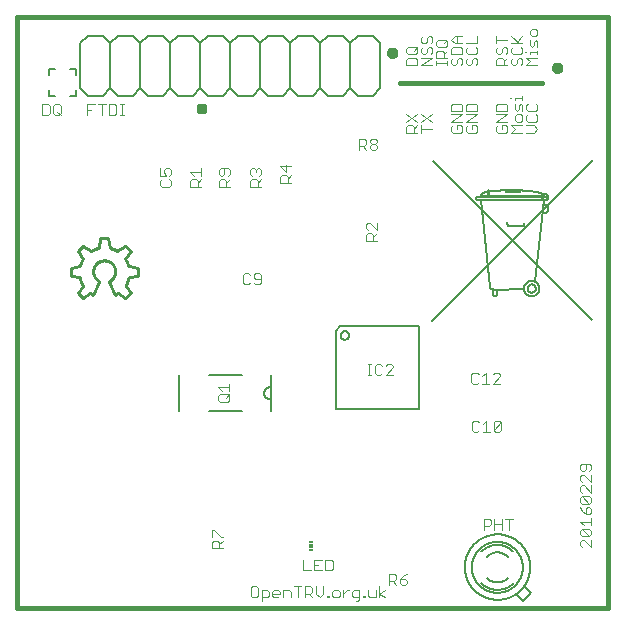
<source format=gto>
G75*
%MOIN*%
%OFA0B0*%
%FSLAX25Y25*%
%IPPOS*%
%LPD*%
%AMOC8*
5,1,8,0,0,1.08239X$1,22.5*
%
%ADD10C,0.00300*%
%ADD11C,0.01600*%
%ADD12C,0.00787*%
%ADD13C,0.00800*%
%ADD14C,0.01000*%
%ADD15R,0.01181X0.00591*%
%ADD16R,0.01181X0.01181*%
%ADD17C,0.00600*%
D10*
X0066672Y0025416D02*
X0066672Y0027236D01*
X0067279Y0027842D01*
X0068492Y0027842D01*
X0069099Y0027236D01*
X0069099Y0025416D01*
X0069099Y0026629D02*
X0070312Y0027842D01*
X0070312Y0029041D02*
X0069705Y0029041D01*
X0067279Y0031467D01*
X0066672Y0031467D01*
X0066672Y0029041D01*
X0066672Y0025416D02*
X0070312Y0025416D01*
X0080197Y0012552D02*
X0079590Y0011945D01*
X0079590Y0009518D01*
X0080197Y0008912D01*
X0081410Y0008912D01*
X0082017Y0009518D01*
X0082017Y0011945D01*
X0081410Y0012552D01*
X0080197Y0012552D01*
X0083215Y0011339D02*
X0085035Y0011339D01*
X0085642Y0010732D01*
X0085642Y0009518D01*
X0085035Y0008912D01*
X0083215Y0008912D01*
X0083215Y0007698D02*
X0083215Y0011339D01*
X0086840Y0010732D02*
X0086840Y0009518D01*
X0087447Y0008912D01*
X0088660Y0008912D01*
X0089267Y0010125D02*
X0086840Y0010125D01*
X0086840Y0010732D02*
X0087447Y0011339D01*
X0088660Y0011339D01*
X0089267Y0010732D01*
X0089267Y0010125D01*
X0090465Y0008912D02*
X0090465Y0011339D01*
X0092286Y0011339D01*
X0092892Y0010732D01*
X0092892Y0008912D01*
X0095304Y0008912D02*
X0095304Y0012552D01*
X0094091Y0012552D02*
X0096517Y0012552D01*
X0097716Y0012552D02*
X0099536Y0012552D01*
X0100142Y0011945D01*
X0100142Y0010732D01*
X0099536Y0010125D01*
X0097716Y0010125D01*
X0098929Y0010125D02*
X0100142Y0008912D01*
X0101341Y0010125D02*
X0102554Y0008912D01*
X0103768Y0010125D01*
X0103768Y0012552D01*
X0101341Y0012552D02*
X0101341Y0010125D01*
X0104966Y0009518D02*
X0105573Y0009518D01*
X0105573Y0008912D01*
X0104966Y0008912D01*
X0104966Y0009518D01*
X0106779Y0009518D02*
X0106779Y0010732D01*
X0107385Y0011339D01*
X0108599Y0011339D01*
X0109205Y0010732D01*
X0109205Y0009518D01*
X0108599Y0008912D01*
X0107385Y0008912D01*
X0106779Y0009518D01*
X0110404Y0008912D02*
X0110404Y0011339D01*
X0111617Y0011339D02*
X0112224Y0011339D01*
X0111617Y0011339D02*
X0110404Y0010125D01*
X0113425Y0010732D02*
X0113425Y0009518D01*
X0114031Y0008912D01*
X0115851Y0008912D01*
X0115851Y0008305D02*
X0115851Y0011339D01*
X0114031Y0011339D01*
X0113425Y0010732D01*
X0115851Y0008305D02*
X0115245Y0007698D01*
X0114638Y0007698D01*
X0117050Y0008912D02*
X0117656Y0008912D01*
X0117656Y0009518D01*
X0117050Y0009518D01*
X0117050Y0008912D01*
X0118862Y0009518D02*
X0118862Y0011339D01*
X0118862Y0009518D02*
X0119469Y0008912D01*
X0121289Y0008912D01*
X0121289Y0011339D01*
X0122487Y0012552D02*
X0122487Y0008912D01*
X0122487Y0010125D02*
X0124308Y0011339D01*
X0122487Y0010125D02*
X0124308Y0008912D01*
X0125700Y0013189D02*
X0125700Y0016829D01*
X0127520Y0016829D01*
X0128126Y0016223D01*
X0128126Y0015009D01*
X0127520Y0014403D01*
X0125700Y0014403D01*
X0126913Y0014403D02*
X0128126Y0013189D01*
X0129325Y0013796D02*
X0129325Y0015009D01*
X0131145Y0015009D01*
X0131752Y0014403D01*
X0131752Y0013796D01*
X0131145Y0013189D01*
X0129932Y0013189D01*
X0129325Y0013796D01*
X0129325Y0015009D02*
X0130538Y0016223D01*
X0131752Y0016829D01*
X0106876Y0018489D02*
X0106269Y0017882D01*
X0104449Y0017882D01*
X0104449Y0021523D01*
X0106269Y0021523D01*
X0106876Y0020916D01*
X0106876Y0018489D01*
X0103251Y0017882D02*
X0100824Y0017882D01*
X0100824Y0021523D01*
X0103251Y0021523D01*
X0102037Y0019703D02*
X0100824Y0019703D01*
X0099626Y0017882D02*
X0097199Y0017882D01*
X0097199Y0021523D01*
X0097716Y0012552D02*
X0097716Y0008912D01*
X0153329Y0064792D02*
X0153329Y0067218D01*
X0153935Y0067825D01*
X0155149Y0067825D01*
X0155755Y0067218D01*
X0156954Y0066612D02*
X0158167Y0067825D01*
X0158167Y0064185D01*
X0156954Y0064185D02*
X0159380Y0064185D01*
X0160579Y0064792D02*
X0160579Y0067218D01*
X0161186Y0067825D01*
X0162399Y0067825D01*
X0163006Y0067218D01*
X0160579Y0064792D01*
X0161186Y0064185D01*
X0162399Y0064185D01*
X0163006Y0064792D01*
X0163006Y0067218D01*
X0155755Y0064792D02*
X0155149Y0064185D01*
X0153935Y0064185D01*
X0153329Y0064792D01*
X0153729Y0080185D02*
X0154943Y0080185D01*
X0155549Y0080792D01*
X0156748Y0080185D02*
X0159175Y0080185D01*
X0160373Y0080185D02*
X0162800Y0082612D01*
X0162800Y0083219D01*
X0162193Y0083825D01*
X0160980Y0083825D01*
X0160373Y0083219D01*
X0160373Y0080185D02*
X0162800Y0080185D01*
X0157961Y0080185D02*
X0157961Y0083825D01*
X0156748Y0082612D01*
X0155549Y0083219D02*
X0154943Y0083825D01*
X0153729Y0083825D01*
X0153123Y0083219D01*
X0153123Y0080792D01*
X0153729Y0080185D01*
X0127019Y0083126D02*
X0124592Y0083126D01*
X0127019Y0085553D01*
X0127019Y0086160D01*
X0126412Y0086766D01*
X0125199Y0086766D01*
X0124592Y0086160D01*
X0123393Y0086160D02*
X0122787Y0086766D01*
X0121573Y0086766D01*
X0120967Y0086160D01*
X0120967Y0083733D01*
X0121573Y0083126D01*
X0122787Y0083126D01*
X0123393Y0083733D01*
X0119763Y0083126D02*
X0118550Y0083126D01*
X0119157Y0083126D02*
X0119157Y0086766D01*
X0119763Y0086766D02*
X0118550Y0086766D01*
X0083005Y0113862D02*
X0083005Y0116289D01*
X0082399Y0116896D01*
X0081185Y0116896D01*
X0080579Y0116289D01*
X0080579Y0115682D01*
X0081185Y0115076D01*
X0083005Y0115076D01*
X0083005Y0113862D02*
X0082399Y0113256D01*
X0081185Y0113256D01*
X0080579Y0113862D01*
X0079380Y0113862D02*
X0078774Y0113256D01*
X0077560Y0113256D01*
X0076954Y0113862D01*
X0076954Y0116289D01*
X0077560Y0116896D01*
X0078774Y0116896D01*
X0079380Y0116289D01*
X0079447Y0145876D02*
X0079447Y0147696D01*
X0080054Y0148303D01*
X0081267Y0148303D01*
X0081874Y0147696D01*
X0081874Y0145876D01*
X0083087Y0145876D02*
X0079447Y0145876D01*
X0081874Y0147089D02*
X0083087Y0148303D01*
X0082480Y0149501D02*
X0083087Y0150108D01*
X0083087Y0151321D01*
X0082480Y0151928D01*
X0081874Y0151928D01*
X0081267Y0151321D01*
X0081267Y0150714D01*
X0081267Y0151321D02*
X0080660Y0151928D01*
X0080054Y0151928D01*
X0079447Y0151321D01*
X0079447Y0150108D01*
X0080054Y0149501D01*
X0072611Y0150108D02*
X0072611Y0151321D01*
X0072004Y0151928D01*
X0069577Y0151928D01*
X0068971Y0151321D01*
X0068971Y0150108D01*
X0069577Y0149501D01*
X0070184Y0149501D01*
X0070791Y0150108D01*
X0070791Y0151928D01*
X0072611Y0150108D02*
X0072004Y0149501D01*
X0072611Y0148303D02*
X0071397Y0147089D01*
X0071397Y0147696D02*
X0071397Y0145876D01*
X0072611Y0145876D02*
X0068971Y0145876D01*
X0068971Y0147696D01*
X0069577Y0148303D01*
X0070791Y0148303D01*
X0071397Y0147696D01*
X0063087Y0148303D02*
X0061874Y0147089D01*
X0061874Y0147696D02*
X0061874Y0145876D01*
X0063087Y0145876D02*
X0059447Y0145876D01*
X0059447Y0147696D01*
X0060054Y0148303D01*
X0061267Y0148303D01*
X0061874Y0147696D01*
X0063087Y0149501D02*
X0063087Y0151928D01*
X0063087Y0150714D02*
X0059447Y0150714D01*
X0060660Y0149501D01*
X0053087Y0150108D02*
X0052480Y0149501D01*
X0053087Y0150108D02*
X0053087Y0151321D01*
X0052480Y0151928D01*
X0051267Y0151928D01*
X0050660Y0151321D01*
X0050660Y0150714D01*
X0051267Y0149501D01*
X0049447Y0149501D01*
X0049447Y0151928D01*
X0050054Y0148303D02*
X0049447Y0147696D01*
X0049447Y0146483D01*
X0050054Y0145876D01*
X0052480Y0145876D01*
X0053087Y0146483D01*
X0053087Y0147696D01*
X0052480Y0148303D01*
X0037247Y0169622D02*
X0036034Y0169622D01*
X0036641Y0169622D02*
X0036641Y0173262D01*
X0037247Y0173262D02*
X0036034Y0173262D01*
X0034836Y0172656D02*
X0034229Y0173262D01*
X0032409Y0173262D01*
X0032409Y0169622D01*
X0034229Y0169622D01*
X0034836Y0170229D01*
X0034836Y0172656D01*
X0031211Y0173262D02*
X0028784Y0173262D01*
X0027585Y0173262D02*
X0025159Y0173262D01*
X0025159Y0169622D01*
X0025159Y0171442D02*
X0026372Y0171442D01*
X0029997Y0169622D02*
X0029997Y0173262D01*
X0016211Y0172656D02*
X0016211Y0170229D01*
X0015604Y0169622D01*
X0014390Y0169622D01*
X0013784Y0170229D01*
X0013784Y0172656D01*
X0014390Y0173262D01*
X0015604Y0173262D01*
X0016211Y0172656D01*
X0014997Y0170836D02*
X0016211Y0169622D01*
X0012585Y0170229D02*
X0012585Y0172656D01*
X0011979Y0173262D01*
X0010159Y0173262D01*
X0010159Y0169622D01*
X0011979Y0169622D01*
X0012585Y0170229D01*
X0089510Y0152571D02*
X0091330Y0150751D01*
X0091330Y0153178D01*
X0093150Y0152571D02*
X0089510Y0152571D01*
X0090117Y0149553D02*
X0091330Y0149553D01*
X0091937Y0148946D01*
X0091937Y0147126D01*
X0093150Y0147126D02*
X0089510Y0147126D01*
X0089510Y0148946D01*
X0090117Y0149553D01*
X0091937Y0148340D02*
X0093150Y0149553D01*
X0115700Y0158189D02*
X0115700Y0161829D01*
X0117520Y0161829D01*
X0118126Y0161223D01*
X0118126Y0160009D01*
X0117520Y0159403D01*
X0115700Y0159403D01*
X0116913Y0159403D02*
X0118126Y0158189D01*
X0119325Y0158796D02*
X0119325Y0159403D01*
X0119932Y0160009D01*
X0121145Y0160009D01*
X0121752Y0159403D01*
X0121752Y0158796D01*
X0121145Y0158189D01*
X0119932Y0158189D01*
X0119325Y0158796D01*
X0119932Y0160009D02*
X0119325Y0160616D01*
X0119325Y0161223D01*
X0119932Y0161829D01*
X0121145Y0161829D01*
X0121752Y0161223D01*
X0121752Y0160616D01*
X0121145Y0160009D01*
X0131514Y0163835D02*
X0131514Y0165655D01*
X0132121Y0166262D01*
X0133334Y0166262D01*
X0133941Y0165655D01*
X0133941Y0163835D01*
X0135154Y0163835D02*
X0131514Y0163835D01*
X0133941Y0165048D02*
X0135154Y0166262D01*
X0135154Y0167460D02*
X0131514Y0169887D01*
X0131514Y0167460D02*
X0135154Y0169887D01*
X0136514Y0169887D02*
X0140154Y0167460D01*
X0140154Y0169887D02*
X0136514Y0167460D01*
X0136514Y0166262D02*
X0136514Y0163835D01*
X0136514Y0165048D02*
X0140154Y0165048D01*
X0146514Y0164442D02*
X0147121Y0163835D01*
X0149547Y0163835D01*
X0150154Y0164442D01*
X0150154Y0165655D01*
X0149547Y0166262D01*
X0148334Y0166262D01*
X0148334Y0165048D01*
X0147121Y0166262D02*
X0146514Y0165655D01*
X0146514Y0164442D01*
X0146514Y0167460D02*
X0150154Y0169887D01*
X0146514Y0169887D01*
X0146514Y0171085D02*
X0146514Y0172905D01*
X0147121Y0173512D01*
X0149547Y0173512D01*
X0150154Y0172905D01*
X0150154Y0171085D01*
X0146514Y0171085D01*
X0146514Y0167460D02*
X0150154Y0167460D01*
X0151514Y0167460D02*
X0155154Y0169887D01*
X0151514Y0169887D01*
X0151514Y0171085D02*
X0151514Y0172905D01*
X0152121Y0173512D01*
X0154547Y0173512D01*
X0155154Y0172905D01*
X0155154Y0171085D01*
X0151514Y0171085D01*
X0151514Y0167460D02*
X0155154Y0167460D01*
X0154547Y0166262D02*
X0153334Y0166262D01*
X0153334Y0165048D01*
X0152121Y0163835D02*
X0154547Y0163835D01*
X0155154Y0164442D01*
X0155154Y0165655D01*
X0154547Y0166262D01*
X0152121Y0166262D02*
X0151514Y0165655D01*
X0151514Y0164442D01*
X0152121Y0163835D01*
X0161514Y0164442D02*
X0162121Y0163835D01*
X0164547Y0163835D01*
X0165154Y0164442D01*
X0165154Y0165655D01*
X0164547Y0166262D01*
X0163334Y0166262D01*
X0163334Y0165048D01*
X0162121Y0166262D02*
X0161514Y0165655D01*
X0161514Y0164442D01*
X0161514Y0167460D02*
X0165154Y0169887D01*
X0161514Y0169887D01*
X0161514Y0171085D02*
X0161514Y0172905D01*
X0162121Y0173512D01*
X0164547Y0173512D01*
X0165154Y0172905D01*
X0165154Y0171085D01*
X0161514Y0171085D01*
X0161514Y0167460D02*
X0165154Y0167460D01*
X0166514Y0166262D02*
X0170154Y0166262D01*
X0169547Y0167460D02*
X0168334Y0167460D01*
X0167727Y0168067D01*
X0167727Y0169280D01*
X0168334Y0169887D01*
X0169547Y0169887D01*
X0170154Y0169280D01*
X0170154Y0168067D01*
X0169547Y0167460D01*
X0171514Y0168067D02*
X0172121Y0167460D01*
X0174547Y0167460D01*
X0175154Y0168067D01*
X0175154Y0169280D01*
X0174547Y0169887D01*
X0174547Y0171085D02*
X0175154Y0171692D01*
X0175154Y0172905D01*
X0174547Y0173512D01*
X0172121Y0173512D02*
X0171514Y0172905D01*
X0171514Y0171692D01*
X0172121Y0171085D01*
X0174547Y0171085D01*
X0172121Y0169887D02*
X0171514Y0169280D01*
X0171514Y0168067D01*
X0171514Y0166262D02*
X0173941Y0166262D01*
X0175154Y0165048D01*
X0173941Y0163835D01*
X0171514Y0163835D01*
X0170154Y0163835D02*
X0166514Y0163835D01*
X0167727Y0165048D01*
X0166514Y0166262D01*
X0168334Y0171085D02*
X0167727Y0171692D01*
X0167727Y0173512D01*
X0167727Y0174710D02*
X0167727Y0175317D01*
X0170154Y0175317D01*
X0170154Y0174710D02*
X0170154Y0175924D01*
X0169547Y0173512D02*
X0168941Y0172905D01*
X0168941Y0171692D01*
X0168334Y0171085D01*
X0170154Y0171085D02*
X0170154Y0172905D01*
X0169547Y0173512D01*
X0166514Y0175317D02*
X0165907Y0175317D01*
X0165154Y0186335D02*
X0161514Y0186335D01*
X0161514Y0188155D01*
X0162121Y0188762D01*
X0163334Y0188762D01*
X0163941Y0188155D01*
X0163941Y0186335D01*
X0163941Y0187548D02*
X0165154Y0188762D01*
X0164547Y0189960D02*
X0165154Y0190567D01*
X0165154Y0191780D01*
X0164547Y0192387D01*
X0163941Y0192387D01*
X0163334Y0191780D01*
X0163334Y0190567D01*
X0162727Y0189960D01*
X0162121Y0189960D01*
X0161514Y0190567D01*
X0161514Y0191780D01*
X0162121Y0192387D01*
X0161514Y0193585D02*
X0161514Y0196012D01*
X0161514Y0194799D02*
X0165154Y0194799D01*
X0166514Y0196012D02*
X0168941Y0193585D01*
X0168334Y0194192D02*
X0170154Y0196012D01*
X0170154Y0193585D02*
X0166514Y0193585D01*
X0167121Y0192387D02*
X0166514Y0191780D01*
X0166514Y0190567D01*
X0167121Y0189960D01*
X0169547Y0189960D01*
X0170154Y0190567D01*
X0170154Y0191780D01*
X0169547Y0192387D01*
X0170907Y0190567D02*
X0171514Y0190567D01*
X0172727Y0190567D02*
X0175154Y0190567D01*
X0175154Y0191173D02*
X0175154Y0189960D01*
X0175154Y0188762D02*
X0171514Y0188762D01*
X0172727Y0187548D01*
X0171514Y0186335D01*
X0175154Y0186335D01*
X0172727Y0189960D02*
X0172727Y0190567D01*
X0173334Y0192377D02*
X0172727Y0192983D01*
X0172727Y0194804D01*
X0173334Y0196002D02*
X0174547Y0196002D01*
X0175154Y0196609D01*
X0175154Y0197822D01*
X0174547Y0198429D01*
X0173334Y0198429D01*
X0172727Y0197822D01*
X0172727Y0196609D01*
X0173334Y0196002D01*
X0174547Y0194804D02*
X0173941Y0194197D01*
X0173941Y0192983D01*
X0173334Y0192377D01*
X0175154Y0192377D02*
X0175154Y0194197D01*
X0174547Y0194804D01*
X0169547Y0188762D02*
X0170154Y0188155D01*
X0170154Y0186942D01*
X0169547Y0186335D01*
X0168334Y0186942D02*
X0168334Y0188155D01*
X0168941Y0188762D01*
X0169547Y0188762D01*
X0168334Y0186942D02*
X0167727Y0186335D01*
X0167121Y0186335D01*
X0166514Y0186942D01*
X0166514Y0188155D01*
X0167121Y0188762D01*
X0155154Y0188155D02*
X0155154Y0186942D01*
X0154547Y0186335D01*
X0153334Y0186942D02*
X0153334Y0188155D01*
X0153941Y0188762D01*
X0154547Y0188762D01*
X0155154Y0188155D01*
X0154547Y0189960D02*
X0155154Y0190567D01*
X0155154Y0191780D01*
X0154547Y0192387D01*
X0155154Y0193585D02*
X0155154Y0196012D01*
X0155154Y0193585D02*
X0151514Y0193585D01*
X0152121Y0192387D02*
X0151514Y0191780D01*
X0151514Y0190567D01*
X0152121Y0189960D01*
X0154547Y0189960D01*
X0152121Y0188762D02*
X0151514Y0188155D01*
X0151514Y0186942D01*
X0152121Y0186335D01*
X0152727Y0186335D01*
X0153334Y0186942D01*
X0150154Y0186942D02*
X0149547Y0186335D01*
X0150154Y0186942D02*
X0150154Y0188155D01*
X0149547Y0188762D01*
X0148941Y0188762D01*
X0148334Y0188155D01*
X0148334Y0186942D01*
X0147727Y0186335D01*
X0147121Y0186335D01*
X0146514Y0186942D01*
X0146514Y0188155D01*
X0147121Y0188762D01*
X0146514Y0189960D02*
X0146514Y0191780D01*
X0147121Y0192387D01*
X0149547Y0192387D01*
X0150154Y0191780D01*
X0150154Y0189960D01*
X0146514Y0189960D01*
X0145154Y0188752D02*
X0141514Y0188752D01*
X0141514Y0190572D01*
X0142121Y0191178D01*
X0143334Y0191178D01*
X0143941Y0190572D01*
X0143941Y0188752D01*
X0143941Y0189965D02*
X0145154Y0191178D01*
X0144547Y0192377D02*
X0145154Y0192983D01*
X0145154Y0194197D01*
X0144547Y0194804D01*
X0142121Y0194804D01*
X0141514Y0194197D01*
X0141514Y0192983D01*
X0142121Y0192377D01*
X0144547Y0192377D01*
X0143941Y0193590D02*
X0145154Y0194804D01*
X0146514Y0194799D02*
X0147727Y0193585D01*
X0150154Y0193585D01*
X0148334Y0193585D02*
X0148334Y0196012D01*
X0147727Y0196012D02*
X0150154Y0196012D01*
X0147727Y0196012D02*
X0146514Y0194799D01*
X0140154Y0195405D02*
X0140154Y0194192D01*
X0139547Y0193585D01*
X0139547Y0192387D02*
X0140154Y0191780D01*
X0140154Y0190567D01*
X0139547Y0189960D01*
X0140154Y0188762D02*
X0136514Y0188762D01*
X0137121Y0189960D02*
X0137727Y0189960D01*
X0138334Y0190567D01*
X0138334Y0191780D01*
X0138941Y0192387D01*
X0139547Y0192387D01*
X0138334Y0194192D02*
X0138334Y0195405D01*
X0138941Y0196012D01*
X0139547Y0196012D01*
X0140154Y0195405D01*
X0138334Y0194192D02*
X0137727Y0193585D01*
X0137121Y0193585D01*
X0136514Y0194192D01*
X0136514Y0195405D01*
X0137121Y0196012D01*
X0137121Y0192387D02*
X0136514Y0191780D01*
X0136514Y0190567D01*
X0137121Y0189960D01*
X0135154Y0190567D02*
X0134547Y0189960D01*
X0132121Y0189960D01*
X0131514Y0190567D01*
X0131514Y0191780D01*
X0132121Y0192387D01*
X0134547Y0192387D01*
X0135154Y0191780D01*
X0135154Y0190567D01*
X0133941Y0191173D02*
X0135154Y0192387D01*
X0134547Y0188762D02*
X0132121Y0188762D01*
X0131514Y0188155D01*
X0131514Y0186335D01*
X0135154Y0186335D01*
X0135154Y0188155D01*
X0134547Y0188762D01*
X0136514Y0186335D02*
X0140154Y0188762D01*
X0141514Y0187548D02*
X0141514Y0186335D01*
X0141514Y0186942D02*
X0145154Y0186942D01*
X0145154Y0187548D02*
X0145154Y0186335D01*
X0140154Y0186335D02*
X0136514Y0186335D01*
X0121630Y0133859D02*
X0121630Y0131433D01*
X0119203Y0133859D01*
X0118596Y0133859D01*
X0117990Y0133253D01*
X0117990Y0132039D01*
X0118596Y0131433D01*
X0118596Y0130234D02*
X0117990Y0129627D01*
X0117990Y0127807D01*
X0121630Y0127807D01*
X0120417Y0127807D02*
X0120417Y0129627D01*
X0119810Y0130234D01*
X0118596Y0130234D01*
X0120417Y0129021D02*
X0121630Y0130234D01*
X0072484Y0080178D02*
X0072484Y0077752D01*
X0072484Y0076553D02*
X0071271Y0075340D01*
X0071878Y0076553D02*
X0069451Y0076553D01*
X0068844Y0075947D01*
X0068844Y0074733D01*
X0069451Y0074126D01*
X0071878Y0074126D01*
X0072484Y0074733D01*
X0072484Y0075947D01*
X0071878Y0076553D01*
X0070058Y0077752D02*
X0068844Y0078965D01*
X0072484Y0078965D01*
X0157236Y0035152D02*
X0157236Y0031512D01*
X0157236Y0032726D02*
X0159056Y0032726D01*
X0159662Y0033332D01*
X0159662Y0034546D01*
X0159056Y0035152D01*
X0157236Y0035152D01*
X0160861Y0035152D02*
X0160861Y0031512D01*
X0160861Y0033332D02*
X0163288Y0033332D01*
X0163288Y0035152D02*
X0163288Y0031512D01*
X0165699Y0031512D02*
X0165699Y0035152D01*
X0164486Y0035152D02*
X0166913Y0035152D01*
X0189432Y0034148D02*
X0193072Y0034148D01*
X0193072Y0032935D02*
X0193072Y0035361D01*
X0192465Y0036560D02*
X0193072Y0037166D01*
X0193072Y0038380D01*
X0192465Y0038986D01*
X0191859Y0038986D01*
X0191252Y0038380D01*
X0191252Y0036560D01*
X0192465Y0036560D01*
X0191252Y0036560D02*
X0190039Y0037773D01*
X0189432Y0038986D01*
X0190039Y0040185D02*
X0189432Y0040791D01*
X0189432Y0042005D01*
X0190039Y0042612D01*
X0192465Y0040185D01*
X0193072Y0040791D01*
X0193072Y0042005D01*
X0192465Y0042612D01*
X0190039Y0042612D01*
X0190039Y0043810D02*
X0189432Y0044417D01*
X0189432Y0045630D01*
X0190039Y0046237D01*
X0190645Y0046237D01*
X0193072Y0043810D01*
X0193072Y0046237D01*
X0193072Y0047435D02*
X0190645Y0049862D01*
X0190039Y0049862D01*
X0189432Y0049255D01*
X0189432Y0048042D01*
X0190039Y0047435D01*
X0193072Y0047435D02*
X0193072Y0049862D01*
X0192465Y0051060D02*
X0193072Y0051667D01*
X0193072Y0052880D01*
X0192465Y0053487D01*
X0190039Y0053487D01*
X0189432Y0052880D01*
X0189432Y0051667D01*
X0190039Y0051060D01*
X0190645Y0051060D01*
X0191252Y0051667D01*
X0191252Y0053487D01*
X0192465Y0040185D02*
X0190039Y0040185D01*
X0189432Y0034148D02*
X0190645Y0032935D01*
X0190039Y0031736D02*
X0192465Y0029309D01*
X0193072Y0029916D01*
X0193072Y0031129D01*
X0192465Y0031736D01*
X0190039Y0031736D01*
X0189432Y0031129D01*
X0189432Y0029916D01*
X0190039Y0029309D01*
X0192465Y0029309D01*
X0193072Y0028111D02*
X0193072Y0025684D01*
X0190645Y0028111D01*
X0190039Y0028111D01*
X0189432Y0027504D01*
X0189432Y0026291D01*
X0190039Y0025684D01*
D11*
X0198650Y0005476D02*
X0001800Y0005476D01*
X0001800Y0202327D01*
X0198650Y0202327D01*
X0198650Y0005476D01*
X0062233Y0171876D02*
X0062235Y0171938D01*
X0062241Y0172001D01*
X0062251Y0172062D01*
X0062265Y0172123D01*
X0062282Y0172183D01*
X0062303Y0172242D01*
X0062329Y0172299D01*
X0062357Y0172354D01*
X0062389Y0172408D01*
X0062425Y0172459D01*
X0062463Y0172509D01*
X0062505Y0172555D01*
X0062549Y0172599D01*
X0062597Y0172640D01*
X0062646Y0172678D01*
X0062698Y0172712D01*
X0062752Y0172743D01*
X0062808Y0172771D01*
X0062866Y0172795D01*
X0062925Y0172816D01*
X0062985Y0172832D01*
X0063046Y0172845D01*
X0063108Y0172854D01*
X0063170Y0172859D01*
X0063233Y0172860D01*
X0063295Y0172857D01*
X0063357Y0172850D01*
X0063419Y0172839D01*
X0063479Y0172824D01*
X0063539Y0172806D01*
X0063597Y0172784D01*
X0063654Y0172758D01*
X0063709Y0172728D01*
X0063762Y0172695D01*
X0063813Y0172659D01*
X0063861Y0172620D01*
X0063907Y0172577D01*
X0063950Y0172532D01*
X0063990Y0172484D01*
X0064027Y0172434D01*
X0064061Y0172381D01*
X0064092Y0172327D01*
X0064118Y0172271D01*
X0064142Y0172213D01*
X0064161Y0172153D01*
X0064177Y0172093D01*
X0064189Y0172031D01*
X0064197Y0171970D01*
X0064201Y0171907D01*
X0064201Y0171845D01*
X0064197Y0171782D01*
X0064189Y0171721D01*
X0064177Y0171659D01*
X0064161Y0171599D01*
X0064142Y0171539D01*
X0064118Y0171481D01*
X0064092Y0171425D01*
X0064061Y0171371D01*
X0064027Y0171318D01*
X0063990Y0171268D01*
X0063950Y0171220D01*
X0063907Y0171175D01*
X0063861Y0171132D01*
X0063813Y0171093D01*
X0063762Y0171057D01*
X0063709Y0171024D01*
X0063654Y0170994D01*
X0063597Y0170968D01*
X0063539Y0170946D01*
X0063479Y0170928D01*
X0063419Y0170913D01*
X0063357Y0170902D01*
X0063295Y0170895D01*
X0063233Y0170892D01*
X0063170Y0170893D01*
X0063108Y0170898D01*
X0063046Y0170907D01*
X0062985Y0170920D01*
X0062925Y0170936D01*
X0062866Y0170957D01*
X0062808Y0170981D01*
X0062752Y0171009D01*
X0062698Y0171040D01*
X0062646Y0171074D01*
X0062597Y0171112D01*
X0062549Y0171153D01*
X0062505Y0171197D01*
X0062463Y0171243D01*
X0062425Y0171293D01*
X0062389Y0171344D01*
X0062357Y0171398D01*
X0062329Y0171453D01*
X0062303Y0171510D01*
X0062282Y0171569D01*
X0062265Y0171629D01*
X0062251Y0171690D01*
X0062241Y0171751D01*
X0062235Y0171814D01*
X0062233Y0171876D01*
X0125816Y0190476D02*
X0125818Y0190538D01*
X0125824Y0190601D01*
X0125834Y0190662D01*
X0125848Y0190723D01*
X0125865Y0190783D01*
X0125886Y0190842D01*
X0125912Y0190899D01*
X0125940Y0190954D01*
X0125972Y0191008D01*
X0126008Y0191059D01*
X0126046Y0191109D01*
X0126088Y0191155D01*
X0126132Y0191199D01*
X0126180Y0191240D01*
X0126229Y0191278D01*
X0126281Y0191312D01*
X0126335Y0191343D01*
X0126391Y0191371D01*
X0126449Y0191395D01*
X0126508Y0191416D01*
X0126568Y0191432D01*
X0126629Y0191445D01*
X0126691Y0191454D01*
X0126753Y0191459D01*
X0126816Y0191460D01*
X0126878Y0191457D01*
X0126940Y0191450D01*
X0127002Y0191439D01*
X0127062Y0191424D01*
X0127122Y0191406D01*
X0127180Y0191384D01*
X0127237Y0191358D01*
X0127292Y0191328D01*
X0127345Y0191295D01*
X0127396Y0191259D01*
X0127444Y0191220D01*
X0127490Y0191177D01*
X0127533Y0191132D01*
X0127573Y0191084D01*
X0127610Y0191034D01*
X0127644Y0190981D01*
X0127675Y0190927D01*
X0127701Y0190871D01*
X0127725Y0190813D01*
X0127744Y0190753D01*
X0127760Y0190693D01*
X0127772Y0190631D01*
X0127780Y0190570D01*
X0127784Y0190507D01*
X0127784Y0190445D01*
X0127780Y0190382D01*
X0127772Y0190321D01*
X0127760Y0190259D01*
X0127744Y0190199D01*
X0127725Y0190139D01*
X0127701Y0190081D01*
X0127675Y0190025D01*
X0127644Y0189971D01*
X0127610Y0189918D01*
X0127573Y0189868D01*
X0127533Y0189820D01*
X0127490Y0189775D01*
X0127444Y0189732D01*
X0127396Y0189693D01*
X0127345Y0189657D01*
X0127292Y0189624D01*
X0127237Y0189594D01*
X0127180Y0189568D01*
X0127122Y0189546D01*
X0127062Y0189528D01*
X0127002Y0189513D01*
X0126940Y0189502D01*
X0126878Y0189495D01*
X0126816Y0189492D01*
X0126753Y0189493D01*
X0126691Y0189498D01*
X0126629Y0189507D01*
X0126568Y0189520D01*
X0126508Y0189536D01*
X0126449Y0189557D01*
X0126391Y0189581D01*
X0126335Y0189609D01*
X0126281Y0189640D01*
X0126229Y0189674D01*
X0126180Y0189712D01*
X0126132Y0189753D01*
X0126088Y0189797D01*
X0126046Y0189843D01*
X0126008Y0189893D01*
X0125972Y0189944D01*
X0125940Y0189998D01*
X0125912Y0190053D01*
X0125886Y0190110D01*
X0125865Y0190169D01*
X0125848Y0190229D01*
X0125834Y0190290D01*
X0125824Y0190351D01*
X0125818Y0190414D01*
X0125816Y0190476D01*
X0129300Y0180476D02*
X0176800Y0180476D01*
X0180816Y0185476D02*
X0180818Y0185538D01*
X0180824Y0185601D01*
X0180834Y0185662D01*
X0180848Y0185723D01*
X0180865Y0185783D01*
X0180886Y0185842D01*
X0180912Y0185899D01*
X0180940Y0185954D01*
X0180972Y0186008D01*
X0181008Y0186059D01*
X0181046Y0186109D01*
X0181088Y0186155D01*
X0181132Y0186199D01*
X0181180Y0186240D01*
X0181229Y0186278D01*
X0181281Y0186312D01*
X0181335Y0186343D01*
X0181391Y0186371D01*
X0181449Y0186395D01*
X0181508Y0186416D01*
X0181568Y0186432D01*
X0181629Y0186445D01*
X0181691Y0186454D01*
X0181753Y0186459D01*
X0181816Y0186460D01*
X0181878Y0186457D01*
X0181940Y0186450D01*
X0182002Y0186439D01*
X0182062Y0186424D01*
X0182122Y0186406D01*
X0182180Y0186384D01*
X0182237Y0186358D01*
X0182292Y0186328D01*
X0182345Y0186295D01*
X0182396Y0186259D01*
X0182444Y0186220D01*
X0182490Y0186177D01*
X0182533Y0186132D01*
X0182573Y0186084D01*
X0182610Y0186034D01*
X0182644Y0185981D01*
X0182675Y0185927D01*
X0182701Y0185871D01*
X0182725Y0185813D01*
X0182744Y0185753D01*
X0182760Y0185693D01*
X0182772Y0185631D01*
X0182780Y0185570D01*
X0182784Y0185507D01*
X0182784Y0185445D01*
X0182780Y0185382D01*
X0182772Y0185321D01*
X0182760Y0185259D01*
X0182744Y0185199D01*
X0182725Y0185139D01*
X0182701Y0185081D01*
X0182675Y0185025D01*
X0182644Y0184971D01*
X0182610Y0184918D01*
X0182573Y0184868D01*
X0182533Y0184820D01*
X0182490Y0184775D01*
X0182444Y0184732D01*
X0182396Y0184693D01*
X0182345Y0184657D01*
X0182292Y0184624D01*
X0182237Y0184594D01*
X0182180Y0184568D01*
X0182122Y0184546D01*
X0182062Y0184528D01*
X0182002Y0184513D01*
X0181940Y0184502D01*
X0181878Y0184495D01*
X0181816Y0184492D01*
X0181753Y0184493D01*
X0181691Y0184498D01*
X0181629Y0184507D01*
X0181568Y0184520D01*
X0181508Y0184536D01*
X0181449Y0184557D01*
X0181391Y0184581D01*
X0181335Y0184609D01*
X0181281Y0184640D01*
X0181229Y0184674D01*
X0181180Y0184712D01*
X0181132Y0184753D01*
X0181088Y0184797D01*
X0181046Y0184843D01*
X0181008Y0184893D01*
X0180972Y0184944D01*
X0180940Y0184998D01*
X0180912Y0185053D01*
X0180886Y0185110D01*
X0180865Y0185169D01*
X0180848Y0185229D01*
X0180834Y0185290D01*
X0180824Y0185351D01*
X0180818Y0185414D01*
X0180816Y0185476D01*
D12*
X0193631Y0154717D02*
X0140087Y0101174D01*
X0160067Y0111606D02*
X0160187Y0111593D01*
X0160305Y0111576D01*
X0160423Y0111557D01*
X0160541Y0111534D01*
X0160658Y0111508D01*
X0170599Y0111607D01*
X0171879Y0111902D02*
X0171881Y0111976D01*
X0171887Y0112050D01*
X0171897Y0112123D01*
X0171911Y0112196D01*
X0171928Y0112268D01*
X0171950Y0112338D01*
X0171975Y0112408D01*
X0172004Y0112476D01*
X0172037Y0112542D01*
X0172073Y0112607D01*
X0172113Y0112669D01*
X0172155Y0112730D01*
X0172201Y0112788D01*
X0172250Y0112843D01*
X0172302Y0112896D01*
X0172357Y0112946D01*
X0172414Y0112992D01*
X0172474Y0113036D01*
X0172536Y0113076D01*
X0172600Y0113113D01*
X0172666Y0113147D01*
X0172734Y0113177D01*
X0172803Y0113203D01*
X0172874Y0113226D01*
X0172945Y0113244D01*
X0173018Y0113259D01*
X0173091Y0113270D01*
X0173165Y0113277D01*
X0173239Y0113280D01*
X0173312Y0113279D01*
X0173386Y0113274D01*
X0173460Y0113265D01*
X0173533Y0113252D01*
X0173605Y0113235D01*
X0173676Y0113215D01*
X0173746Y0113190D01*
X0173814Y0113162D01*
X0173881Y0113131D01*
X0173946Y0113095D01*
X0174009Y0113057D01*
X0174070Y0113015D01*
X0174129Y0112969D01*
X0174185Y0112921D01*
X0174238Y0112870D01*
X0174288Y0112816D01*
X0174336Y0112759D01*
X0174380Y0112700D01*
X0174422Y0112638D01*
X0174460Y0112575D01*
X0174494Y0112509D01*
X0174525Y0112442D01*
X0174552Y0112373D01*
X0174575Y0112303D01*
X0174595Y0112232D01*
X0174611Y0112159D01*
X0174623Y0112086D01*
X0174631Y0112013D01*
X0174635Y0111939D01*
X0174635Y0111865D01*
X0174631Y0111791D01*
X0174623Y0111718D01*
X0174611Y0111645D01*
X0174595Y0111572D01*
X0174575Y0111501D01*
X0174552Y0111431D01*
X0174525Y0111362D01*
X0174494Y0111295D01*
X0174460Y0111229D01*
X0174422Y0111166D01*
X0174380Y0111104D01*
X0174336Y0111045D01*
X0174288Y0110988D01*
X0174238Y0110934D01*
X0174185Y0110883D01*
X0174129Y0110835D01*
X0174070Y0110789D01*
X0174009Y0110747D01*
X0173946Y0110709D01*
X0173881Y0110673D01*
X0173814Y0110642D01*
X0173746Y0110614D01*
X0173676Y0110589D01*
X0173605Y0110569D01*
X0173533Y0110552D01*
X0173460Y0110539D01*
X0173386Y0110530D01*
X0173312Y0110525D01*
X0173239Y0110524D01*
X0173165Y0110527D01*
X0173091Y0110534D01*
X0173018Y0110545D01*
X0172945Y0110560D01*
X0172874Y0110578D01*
X0172803Y0110601D01*
X0172734Y0110627D01*
X0172666Y0110657D01*
X0172600Y0110691D01*
X0172536Y0110728D01*
X0172474Y0110768D01*
X0172414Y0110812D01*
X0172357Y0110858D01*
X0172302Y0110908D01*
X0172250Y0110961D01*
X0172201Y0111016D01*
X0172155Y0111074D01*
X0172113Y0111135D01*
X0172073Y0111197D01*
X0172037Y0111262D01*
X0172004Y0111328D01*
X0171975Y0111396D01*
X0171950Y0111466D01*
X0171928Y0111536D01*
X0171911Y0111608D01*
X0171897Y0111681D01*
X0171887Y0111754D01*
X0171881Y0111828D01*
X0171879Y0111902D01*
X0170698Y0111902D02*
X0170700Y0112003D01*
X0170706Y0112104D01*
X0170716Y0112205D01*
X0170730Y0112305D01*
X0170748Y0112404D01*
X0170770Y0112503D01*
X0170795Y0112601D01*
X0170825Y0112698D01*
X0170858Y0112793D01*
X0170895Y0112887D01*
X0170936Y0112980D01*
X0170980Y0113071D01*
X0171028Y0113160D01*
X0171080Y0113247D01*
X0171135Y0113332D01*
X0171193Y0113414D01*
X0171254Y0113495D01*
X0171319Y0113573D01*
X0171386Y0113648D01*
X0171456Y0113720D01*
X0171530Y0113790D01*
X0171606Y0113857D01*
X0171684Y0113921D01*
X0171765Y0113981D01*
X0171848Y0114038D01*
X0171934Y0114092D01*
X0172022Y0114143D01*
X0172111Y0114190D01*
X0172202Y0114234D01*
X0172295Y0114273D01*
X0172390Y0114310D01*
X0172485Y0114342D01*
X0172582Y0114371D01*
X0172681Y0114395D01*
X0172779Y0114416D01*
X0172879Y0114433D01*
X0172979Y0114446D01*
X0173080Y0114455D01*
X0173181Y0114460D01*
X0173282Y0114461D01*
X0173383Y0114458D01*
X0173484Y0114451D01*
X0173585Y0114440D01*
X0173685Y0114425D01*
X0173784Y0114406D01*
X0173883Y0114383D01*
X0173980Y0114357D01*
X0174077Y0114326D01*
X0174172Y0114292D01*
X0174265Y0114254D01*
X0174358Y0114212D01*
X0174448Y0114167D01*
X0174537Y0114118D01*
X0174623Y0114066D01*
X0174707Y0114010D01*
X0174790Y0113951D01*
X0174869Y0113889D01*
X0174947Y0113824D01*
X0175021Y0113756D01*
X0175093Y0113684D01*
X0175162Y0113611D01*
X0175228Y0113534D01*
X0175291Y0113455D01*
X0175351Y0113373D01*
X0175407Y0113289D01*
X0175460Y0113203D01*
X0175510Y0113115D01*
X0175556Y0113025D01*
X0175599Y0112934D01*
X0175638Y0112840D01*
X0175673Y0112745D01*
X0175704Y0112649D01*
X0175732Y0112552D01*
X0175756Y0112454D01*
X0175776Y0112355D01*
X0175792Y0112255D01*
X0175804Y0112154D01*
X0175812Y0112054D01*
X0175816Y0111953D01*
X0175816Y0111851D01*
X0175812Y0111750D01*
X0175804Y0111650D01*
X0175792Y0111549D01*
X0175776Y0111449D01*
X0175756Y0111350D01*
X0175732Y0111252D01*
X0175704Y0111155D01*
X0175673Y0111059D01*
X0175638Y0110964D01*
X0175599Y0110870D01*
X0175556Y0110779D01*
X0175510Y0110689D01*
X0175460Y0110601D01*
X0175407Y0110515D01*
X0175351Y0110431D01*
X0175291Y0110349D01*
X0175228Y0110270D01*
X0175162Y0110193D01*
X0175093Y0110120D01*
X0175021Y0110048D01*
X0174947Y0109980D01*
X0174869Y0109915D01*
X0174790Y0109853D01*
X0174707Y0109794D01*
X0174623Y0109738D01*
X0174536Y0109686D01*
X0174448Y0109637D01*
X0174358Y0109592D01*
X0174265Y0109550D01*
X0174172Y0109512D01*
X0174077Y0109478D01*
X0173980Y0109447D01*
X0173883Y0109421D01*
X0173784Y0109398D01*
X0173685Y0109379D01*
X0173585Y0109364D01*
X0173484Y0109353D01*
X0173383Y0109346D01*
X0173282Y0109343D01*
X0173181Y0109344D01*
X0173080Y0109349D01*
X0172979Y0109358D01*
X0172879Y0109371D01*
X0172779Y0109388D01*
X0172681Y0109409D01*
X0172582Y0109433D01*
X0172485Y0109462D01*
X0172390Y0109494D01*
X0172295Y0109531D01*
X0172202Y0109570D01*
X0172111Y0109614D01*
X0172022Y0109661D01*
X0171934Y0109712D01*
X0171848Y0109766D01*
X0171765Y0109823D01*
X0171684Y0109883D01*
X0171606Y0109947D01*
X0171530Y0110014D01*
X0171456Y0110084D01*
X0171386Y0110156D01*
X0171319Y0110231D01*
X0171254Y0110309D01*
X0171193Y0110390D01*
X0171135Y0110472D01*
X0171080Y0110557D01*
X0171028Y0110644D01*
X0170980Y0110733D01*
X0170936Y0110824D01*
X0170895Y0110917D01*
X0170858Y0111011D01*
X0170825Y0111106D01*
X0170795Y0111203D01*
X0170770Y0111301D01*
X0170748Y0111400D01*
X0170730Y0111499D01*
X0170716Y0111599D01*
X0170706Y0111700D01*
X0170700Y0111801D01*
X0170698Y0111902D01*
X0174536Y0114166D02*
X0177292Y0141331D01*
X0177883Y0141429D02*
X0173158Y0141429D01*
X0165087Y0141429D01*
X0156623Y0141429D01*
X0155048Y0141429D01*
X0155022Y0141431D01*
X0154997Y0141436D01*
X0154973Y0141444D01*
X0154950Y0141455D01*
X0154928Y0141470D01*
X0154909Y0141487D01*
X0154892Y0141506D01*
X0154877Y0141528D01*
X0154866Y0141551D01*
X0154858Y0141575D01*
X0154853Y0141600D01*
X0154851Y0141626D01*
X0154851Y0141922D01*
X0154851Y0142118D01*
X0154853Y0142151D01*
X0154858Y0142184D01*
X0154868Y0142215D01*
X0154880Y0142246D01*
X0154896Y0142275D01*
X0154915Y0142302D01*
X0154937Y0142327D01*
X0154962Y0142349D01*
X0154989Y0142368D01*
X0155018Y0142384D01*
X0155049Y0142396D01*
X0155080Y0142406D01*
X0155113Y0142411D01*
X0155146Y0142413D01*
X0155146Y0142414D02*
X0155245Y0142414D01*
X0155343Y0142414D01*
X0178769Y0142414D01*
X0178769Y0142315D01*
X0178767Y0142257D01*
X0178761Y0142199D01*
X0178752Y0142142D01*
X0178739Y0142086D01*
X0178722Y0142030D01*
X0178702Y0141976D01*
X0178678Y0141923D01*
X0178650Y0141872D01*
X0178620Y0141823D01*
X0178586Y0141776D01*
X0178549Y0141731D01*
X0178509Y0141689D01*
X0178467Y0141649D01*
X0178422Y0141612D01*
X0178375Y0141578D01*
X0178326Y0141548D01*
X0178275Y0141520D01*
X0178222Y0141496D01*
X0178168Y0141476D01*
X0178112Y0141459D01*
X0178056Y0141446D01*
X0177999Y0141437D01*
X0177941Y0141431D01*
X0177883Y0141429D01*
X0177686Y0139658D02*
X0177630Y0139648D01*
X0177574Y0139642D01*
X0177517Y0139638D01*
X0177461Y0139638D01*
X0177404Y0139642D01*
X0177348Y0139648D01*
X0177292Y0139658D01*
X0177686Y0139658D02*
X0177744Y0139668D01*
X0177803Y0139674D01*
X0177863Y0139676D01*
X0177922Y0139674D01*
X0177981Y0139669D01*
X0178039Y0139659D01*
X0178097Y0139646D01*
X0178154Y0139629D01*
X0178209Y0139608D01*
X0178263Y0139584D01*
X0178316Y0139556D01*
X0178366Y0139524D01*
X0178414Y0139490D01*
X0178460Y0139453D01*
X0178503Y0139412D01*
X0178544Y0139369D01*
X0178582Y0139323D01*
X0178616Y0139275D01*
X0178647Y0139225D01*
X0178675Y0139172D01*
X0178700Y0139119D01*
X0178721Y0139063D01*
X0178738Y0139006D01*
X0178752Y0138949D01*
X0178761Y0138890D01*
X0178767Y0138831D01*
X0178769Y0138772D01*
X0178769Y0138181D01*
X0178768Y0138181D02*
X0178766Y0138119D01*
X0178760Y0138058D01*
X0178751Y0137997D01*
X0178737Y0137936D01*
X0178720Y0137877D01*
X0178699Y0137819D01*
X0178674Y0137762D01*
X0178646Y0137707D01*
X0178615Y0137654D01*
X0178580Y0137603D01*
X0178542Y0137554D01*
X0178501Y0137507D01*
X0178458Y0137464D01*
X0178411Y0137423D01*
X0178362Y0137385D01*
X0178311Y0137350D01*
X0178258Y0137319D01*
X0178203Y0137291D01*
X0178146Y0137266D01*
X0178088Y0137245D01*
X0178029Y0137228D01*
X0177968Y0137214D01*
X0177907Y0137205D01*
X0177846Y0137199D01*
X0177784Y0137197D01*
X0177095Y0137197D01*
X0176998Y0143300D02*
X0176929Y0143347D01*
X0176859Y0143391D01*
X0176788Y0143433D01*
X0176714Y0143471D01*
X0176639Y0143507D01*
X0176563Y0143539D01*
X0176486Y0143569D01*
X0176407Y0143595D01*
X0176996Y0143299D02*
X0177031Y0143272D01*
X0177063Y0143241D01*
X0177093Y0143209D01*
X0177120Y0143173D01*
X0177144Y0143136D01*
X0177165Y0143097D01*
X0177182Y0143056D01*
X0177196Y0143014D01*
X0177207Y0142971D01*
X0177214Y0142928D01*
X0177217Y0142884D01*
X0177216Y0142839D01*
X0177212Y0142795D01*
X0177204Y0142752D01*
X0177193Y0142709D01*
X0176898Y0142709D02*
X0156524Y0142709D01*
X0156425Y0142709D02*
X0156415Y0142765D01*
X0156409Y0142821D01*
X0156406Y0142877D01*
X0156407Y0142934D01*
X0156411Y0142990D01*
X0156419Y0143046D01*
X0156431Y0143102D01*
X0156446Y0143156D01*
X0156465Y0143210D01*
X0156487Y0143262D01*
X0156512Y0143313D01*
X0156541Y0143361D01*
X0156572Y0143408D01*
X0156607Y0143453D01*
X0156644Y0143496D01*
X0156684Y0143536D01*
X0156727Y0143573D01*
X0156771Y0143608D01*
X0156818Y0143640D01*
X0156867Y0143668D01*
X0156918Y0143694D01*
X0158591Y0143890D02*
X0158690Y0142906D01*
X0158591Y0144481D02*
X0158596Y0144511D01*
X0158605Y0144540D01*
X0158617Y0144567D01*
X0158632Y0144594D01*
X0158650Y0144618D01*
X0158671Y0144639D01*
X0158695Y0144658D01*
X0158721Y0144674D01*
X0158748Y0144686D01*
X0158777Y0144696D01*
X0158807Y0144701D01*
X0158837Y0144703D01*
X0158867Y0144701D01*
X0158897Y0144696D01*
X0158926Y0144686D01*
X0158953Y0144674D01*
X0158979Y0144658D01*
X0159003Y0144639D01*
X0159024Y0144618D01*
X0159042Y0144594D01*
X0159057Y0144567D01*
X0159069Y0144540D01*
X0159078Y0144511D01*
X0159083Y0144481D01*
X0158592Y0144480D02*
X0158584Y0144382D01*
X0158579Y0144284D01*
X0158577Y0144185D01*
X0158579Y0144086D01*
X0158584Y0143988D01*
X0158592Y0143890D01*
X0156426Y0141331D02*
X0159280Y0112394D01*
X0159288Y0112337D01*
X0159299Y0112280D01*
X0159314Y0112225D01*
X0159332Y0112171D01*
X0159354Y0112118D01*
X0159380Y0112066D01*
X0159408Y0112016D01*
X0159440Y0111969D01*
X0159475Y0111923D01*
X0159513Y0111880D01*
X0159554Y0111839D01*
X0159597Y0111801D01*
X0159643Y0111766D01*
X0159690Y0111734D01*
X0159740Y0111706D01*
X0159792Y0111680D01*
X0159845Y0111658D01*
X0159899Y0111640D01*
X0159954Y0111625D01*
X0160011Y0111614D01*
X0160068Y0111606D01*
X0160363Y0111311D02*
X0160363Y0110032D01*
X0160365Y0109986D01*
X0160370Y0109940D01*
X0160379Y0109894D01*
X0160392Y0109849D01*
X0160408Y0109806D01*
X0160427Y0109764D01*
X0160450Y0109723D01*
X0160476Y0109685D01*
X0160505Y0109648D01*
X0160536Y0109614D01*
X0160570Y0109583D01*
X0160607Y0109554D01*
X0160645Y0109528D01*
X0160686Y0109505D01*
X0160728Y0109486D01*
X0160771Y0109470D01*
X0160816Y0109457D01*
X0160862Y0109448D01*
X0160908Y0109443D01*
X0160954Y0109441D01*
X0161150Y0109441D01*
X0161193Y0109443D01*
X0161235Y0109448D01*
X0161277Y0109458D01*
X0161318Y0109471D01*
X0161358Y0109487D01*
X0161396Y0109507D01*
X0161432Y0109530D01*
X0161466Y0109556D01*
X0161498Y0109585D01*
X0161527Y0109617D01*
X0161553Y0109651D01*
X0161576Y0109687D01*
X0161596Y0109725D01*
X0161612Y0109765D01*
X0161625Y0109806D01*
X0161635Y0109848D01*
X0161640Y0109890D01*
X0161642Y0109933D01*
X0161643Y0109933D02*
X0161643Y0111311D01*
X0159281Y0144284D02*
X0160262Y0144390D01*
X0161245Y0144473D01*
X0162230Y0144532D01*
X0163215Y0144567D01*
X0164202Y0144579D01*
X0164694Y0144579D01*
X0164694Y0144874D02*
X0164694Y0144087D01*
X0169221Y0144087D01*
X0169221Y0144874D01*
X0164694Y0144874D01*
X0169320Y0144579D02*
X0171190Y0144481D01*
X0176702Y0142414D02*
X0176704Y0142476D01*
X0176710Y0142539D01*
X0176720Y0142600D01*
X0176734Y0142661D01*
X0176751Y0142721D01*
X0176772Y0142780D01*
X0176798Y0142837D01*
X0176826Y0142892D01*
X0176858Y0142946D01*
X0176894Y0142997D01*
X0176932Y0143047D01*
X0176974Y0143093D01*
X0177018Y0143137D01*
X0177066Y0143178D01*
X0177115Y0143216D01*
X0177167Y0143250D01*
X0177221Y0143281D01*
X0177277Y0143309D01*
X0177335Y0143333D01*
X0177394Y0143354D01*
X0177454Y0143370D01*
X0177515Y0143383D01*
X0177577Y0143392D01*
X0177639Y0143397D01*
X0177702Y0143398D01*
X0177764Y0143395D01*
X0177826Y0143388D01*
X0177888Y0143377D01*
X0177948Y0143362D01*
X0178008Y0143344D01*
X0178066Y0143322D01*
X0178123Y0143296D01*
X0178178Y0143266D01*
X0178231Y0143233D01*
X0178282Y0143197D01*
X0178330Y0143158D01*
X0178376Y0143115D01*
X0178419Y0143070D01*
X0178459Y0143022D01*
X0178496Y0142972D01*
X0178530Y0142919D01*
X0178561Y0142865D01*
X0178587Y0142809D01*
X0178611Y0142751D01*
X0178630Y0142691D01*
X0178646Y0142631D01*
X0178658Y0142569D01*
X0178666Y0142508D01*
X0178670Y0142445D01*
X0178670Y0142383D01*
X0178666Y0142320D01*
X0178658Y0142259D01*
X0178646Y0142197D01*
X0178630Y0142137D01*
X0178611Y0142077D01*
X0178587Y0142019D01*
X0178561Y0141963D01*
X0178530Y0141909D01*
X0178496Y0141856D01*
X0178459Y0141806D01*
X0178419Y0141758D01*
X0178376Y0141713D01*
X0178330Y0141670D01*
X0178282Y0141631D01*
X0178231Y0141595D01*
X0178178Y0141562D01*
X0178123Y0141532D01*
X0178066Y0141506D01*
X0178008Y0141484D01*
X0177948Y0141466D01*
X0177888Y0141451D01*
X0177826Y0141440D01*
X0177764Y0141433D01*
X0177702Y0141430D01*
X0177639Y0141431D01*
X0177577Y0141436D01*
X0177515Y0141445D01*
X0177454Y0141458D01*
X0177394Y0141474D01*
X0177335Y0141495D01*
X0177277Y0141519D01*
X0177221Y0141547D01*
X0177167Y0141578D01*
X0177115Y0141612D01*
X0177066Y0141650D01*
X0177018Y0141691D01*
X0176974Y0141735D01*
X0176932Y0141781D01*
X0176894Y0141831D01*
X0176858Y0141882D01*
X0176826Y0141936D01*
X0176798Y0141991D01*
X0176772Y0142048D01*
X0176751Y0142107D01*
X0176734Y0142167D01*
X0176720Y0142228D01*
X0176710Y0142289D01*
X0176704Y0142352D01*
X0176702Y0142414D01*
X0170796Y0133851D02*
X0170796Y0133162D01*
X0170794Y0133123D01*
X0170788Y0133085D01*
X0170779Y0133048D01*
X0170766Y0133011D01*
X0170749Y0132976D01*
X0170730Y0132943D01*
X0170707Y0132912D01*
X0170681Y0132883D01*
X0170652Y0132857D01*
X0170621Y0132834D01*
X0170588Y0132815D01*
X0170553Y0132798D01*
X0170516Y0132785D01*
X0170479Y0132776D01*
X0170441Y0132770D01*
X0170402Y0132768D01*
X0165776Y0132768D01*
X0165730Y0132770D01*
X0165684Y0132775D01*
X0165638Y0132784D01*
X0165593Y0132797D01*
X0165550Y0132813D01*
X0165508Y0132832D01*
X0165467Y0132855D01*
X0165429Y0132881D01*
X0165392Y0132910D01*
X0165358Y0132941D01*
X0165327Y0132975D01*
X0165298Y0133012D01*
X0165272Y0133050D01*
X0165249Y0133091D01*
X0165230Y0133133D01*
X0165214Y0133176D01*
X0165201Y0133221D01*
X0165192Y0133267D01*
X0165187Y0133313D01*
X0165185Y0133359D01*
X0165186Y0133359D02*
X0165186Y0133654D01*
X0165186Y0133949D01*
X0159280Y0144283D02*
X0158983Y0144244D01*
X0158687Y0144198D01*
X0158392Y0144146D01*
X0158099Y0144086D01*
X0155343Y0142414D02*
X0155245Y0142414D01*
X0159083Y0143004D02*
X0159098Y0143167D01*
X0159109Y0143331D01*
X0159116Y0143496D01*
X0159120Y0143660D01*
X0159120Y0143824D01*
X0159116Y0143988D01*
X0159109Y0144153D01*
X0159098Y0144317D01*
X0159083Y0144480D01*
X0158100Y0144086D02*
X0157964Y0144056D01*
X0157830Y0144022D01*
X0157697Y0143985D01*
X0157564Y0143944D01*
X0157433Y0143900D01*
X0157302Y0143853D01*
X0157173Y0143803D01*
X0157045Y0143749D01*
X0156919Y0143693D01*
X0140284Y0154520D02*
X0193434Y0101370D01*
X0174437Y0144087D02*
X0173900Y0144183D01*
X0173361Y0144267D01*
X0172820Y0144339D01*
X0172278Y0144399D01*
X0171734Y0144446D01*
X0171189Y0144481D01*
X0174438Y0144087D02*
X0174836Y0144006D01*
X0175232Y0143917D01*
X0175626Y0143818D01*
X0176017Y0143711D01*
X0176407Y0143595D01*
D13*
X0086446Y0082931D02*
X0086446Y0071120D01*
X0086052Y0075056D02*
X0085965Y0075058D01*
X0085878Y0075064D01*
X0085791Y0075073D01*
X0085705Y0075087D01*
X0085620Y0075104D01*
X0085535Y0075125D01*
X0085452Y0075150D01*
X0085369Y0075178D01*
X0085288Y0075210D01*
X0085209Y0075246D01*
X0085131Y0075285D01*
X0085055Y0075327D01*
X0084981Y0075373D01*
X0084909Y0075422D01*
X0084839Y0075474D01*
X0084772Y0075529D01*
X0084707Y0075587D01*
X0084644Y0075648D01*
X0084585Y0075712D01*
X0084528Y0075778D01*
X0084475Y0075847D01*
X0084424Y0075918D01*
X0084377Y0075991D01*
X0084332Y0076066D01*
X0084292Y0076143D01*
X0084254Y0076221D01*
X0084221Y0076302D01*
X0084190Y0076383D01*
X0084164Y0076466D01*
X0084141Y0076551D01*
X0084122Y0076636D01*
X0084107Y0076721D01*
X0084095Y0076808D01*
X0084087Y0076894D01*
X0084083Y0076981D01*
X0084083Y0077069D01*
X0084087Y0077156D01*
X0084095Y0077242D01*
X0084107Y0077329D01*
X0084122Y0077414D01*
X0084141Y0077499D01*
X0084164Y0077584D01*
X0084190Y0077667D01*
X0084221Y0077748D01*
X0084254Y0077829D01*
X0084292Y0077907D01*
X0084332Y0077984D01*
X0084377Y0078059D01*
X0084424Y0078132D01*
X0084475Y0078203D01*
X0084528Y0078272D01*
X0084585Y0078338D01*
X0084644Y0078402D01*
X0084707Y0078463D01*
X0084772Y0078521D01*
X0084839Y0078576D01*
X0084909Y0078628D01*
X0084981Y0078677D01*
X0085055Y0078723D01*
X0085131Y0078765D01*
X0085209Y0078804D01*
X0085288Y0078840D01*
X0085369Y0078872D01*
X0085452Y0078900D01*
X0085535Y0078925D01*
X0085620Y0078946D01*
X0085705Y0078963D01*
X0085791Y0078977D01*
X0085878Y0078986D01*
X0085965Y0078992D01*
X0086052Y0078994D01*
X0076604Y0082931D02*
X0065580Y0082931D01*
X0055737Y0082931D02*
X0055737Y0071120D01*
X0065580Y0071120D02*
X0076604Y0071120D01*
D14*
X0037672Y0108571D02*
X0039572Y0110471D01*
X0037872Y0112871D01*
X0038872Y0115571D02*
X0041872Y0116071D01*
X0041872Y0118671D01*
X0038872Y0119271D01*
X0037772Y0121771D02*
X0039572Y0124371D01*
X0037672Y0126171D01*
X0035072Y0124371D01*
X0032572Y0125371D02*
X0032072Y0128571D01*
X0029372Y0128571D01*
X0028872Y0125371D01*
X0026372Y0124371D02*
X0023772Y0126171D01*
X0021872Y0124371D01*
X0023672Y0121771D01*
X0022572Y0119271D02*
X0019572Y0118671D01*
X0019572Y0116071D01*
X0022572Y0115571D01*
X0023572Y0112871D02*
X0021972Y0110471D01*
X0023772Y0108571D01*
X0026172Y0110271D01*
X0027172Y0109671D01*
X0029172Y0114171D01*
X0032372Y0114171D02*
X0034272Y0109671D01*
X0035272Y0110271D01*
X0037672Y0108571D01*
X0037873Y0112866D02*
X0037969Y0113032D01*
X0038062Y0113199D01*
X0038150Y0113369D01*
X0038234Y0113541D01*
X0038314Y0113714D01*
X0038390Y0113890D01*
X0038462Y0114067D01*
X0038529Y0114246D01*
X0038593Y0114427D01*
X0038652Y0114609D01*
X0038706Y0114792D01*
X0038757Y0114977D01*
X0038803Y0115162D01*
X0038844Y0115349D01*
X0038881Y0115537D01*
X0038862Y0119272D02*
X0038812Y0119460D01*
X0038757Y0119647D01*
X0038698Y0119833D01*
X0038634Y0120017D01*
X0038566Y0120200D01*
X0038493Y0120381D01*
X0038416Y0120560D01*
X0038335Y0120737D01*
X0038249Y0120913D01*
X0038160Y0121086D01*
X0038066Y0121257D01*
X0037968Y0121425D01*
X0037866Y0121592D01*
X0037761Y0121755D01*
X0032372Y0114271D02*
X0032479Y0114326D01*
X0032585Y0114383D01*
X0032688Y0114445D01*
X0032790Y0114509D01*
X0032889Y0114577D01*
X0032986Y0114648D01*
X0033081Y0114722D01*
X0033173Y0114799D01*
X0033263Y0114880D01*
X0033350Y0114963D01*
X0033434Y0115049D01*
X0033515Y0115137D01*
X0033593Y0115229D01*
X0033669Y0115323D01*
X0033741Y0115419D01*
X0033810Y0115517D01*
X0033876Y0115618D01*
X0033938Y0115721D01*
X0033997Y0115826D01*
X0034053Y0115932D01*
X0034105Y0116041D01*
X0034153Y0116151D01*
X0034198Y0116263D01*
X0034239Y0116376D01*
X0034276Y0116490D01*
X0034310Y0116606D01*
X0034339Y0116722D01*
X0034365Y0116840D01*
X0034387Y0116958D01*
X0034406Y0117077D01*
X0034420Y0117196D01*
X0034430Y0117316D01*
X0034437Y0117436D01*
X0034439Y0117557D01*
X0034437Y0117677D01*
X0034432Y0117797D01*
X0034423Y0117917D01*
X0034409Y0118037D01*
X0034392Y0118156D01*
X0034371Y0118274D01*
X0034346Y0118392D01*
X0034317Y0118509D01*
X0034284Y0118624D01*
X0034248Y0118739D01*
X0034208Y0118852D01*
X0034164Y0118964D01*
X0034116Y0119075D01*
X0034065Y0119184D01*
X0034011Y0119291D01*
X0033952Y0119396D01*
X0033891Y0119500D01*
X0033826Y0119601D01*
X0033758Y0119700D01*
X0033686Y0119797D01*
X0033612Y0119891D01*
X0033534Y0119983D01*
X0033454Y0120072D01*
X0033370Y0120159D01*
X0033284Y0120243D01*
X0033195Y0120324D01*
X0033103Y0120402D01*
X0033009Y0120477D01*
X0032913Y0120548D01*
X0032814Y0120617D01*
X0032713Y0120682D01*
X0032610Y0120744D01*
X0032505Y0120803D01*
X0032398Y0120858D01*
X0032289Y0120910D01*
X0032179Y0120957D01*
X0032067Y0121002D01*
X0031954Y0121042D01*
X0031839Y0121079D01*
X0031723Y0121112D01*
X0031607Y0121142D01*
X0031489Y0121167D01*
X0031371Y0121189D01*
X0031252Y0121206D01*
X0031132Y0121220D01*
X0031012Y0121230D01*
X0030892Y0121236D01*
X0030772Y0121238D01*
X0030652Y0121236D01*
X0030532Y0121230D01*
X0030412Y0121220D01*
X0030292Y0121206D01*
X0030173Y0121189D01*
X0030055Y0121167D01*
X0029937Y0121142D01*
X0029821Y0121112D01*
X0029705Y0121079D01*
X0029590Y0121042D01*
X0029477Y0121002D01*
X0029365Y0120957D01*
X0029255Y0120910D01*
X0029146Y0120858D01*
X0029039Y0120803D01*
X0028934Y0120744D01*
X0028831Y0120682D01*
X0028730Y0120617D01*
X0028631Y0120548D01*
X0028535Y0120477D01*
X0028441Y0120402D01*
X0028349Y0120324D01*
X0028260Y0120243D01*
X0028174Y0120159D01*
X0028090Y0120072D01*
X0028010Y0119983D01*
X0027932Y0119891D01*
X0027858Y0119797D01*
X0027786Y0119700D01*
X0027718Y0119601D01*
X0027653Y0119500D01*
X0027592Y0119396D01*
X0027533Y0119291D01*
X0027479Y0119184D01*
X0027428Y0119075D01*
X0027380Y0118964D01*
X0027336Y0118852D01*
X0027296Y0118739D01*
X0027260Y0118624D01*
X0027227Y0118509D01*
X0027198Y0118392D01*
X0027173Y0118274D01*
X0027152Y0118156D01*
X0027135Y0118037D01*
X0027121Y0117917D01*
X0027112Y0117797D01*
X0027107Y0117677D01*
X0027105Y0117557D01*
X0027107Y0117436D01*
X0027114Y0117316D01*
X0027124Y0117196D01*
X0027138Y0117077D01*
X0027157Y0116958D01*
X0027179Y0116840D01*
X0027205Y0116722D01*
X0027234Y0116606D01*
X0027268Y0116490D01*
X0027305Y0116376D01*
X0027346Y0116263D01*
X0027391Y0116151D01*
X0027439Y0116041D01*
X0027491Y0115932D01*
X0027547Y0115826D01*
X0027606Y0115721D01*
X0027668Y0115618D01*
X0027734Y0115517D01*
X0027803Y0115419D01*
X0027875Y0115323D01*
X0027951Y0115229D01*
X0028029Y0115137D01*
X0028110Y0115049D01*
X0028194Y0114963D01*
X0028281Y0114880D01*
X0028371Y0114799D01*
X0028463Y0114722D01*
X0028558Y0114648D01*
X0028655Y0114577D01*
X0028754Y0114509D01*
X0028856Y0114445D01*
X0028959Y0114383D01*
X0029065Y0114326D01*
X0029172Y0114271D01*
X0023606Y0112903D02*
X0023503Y0113079D01*
X0023404Y0113258D01*
X0023310Y0113439D01*
X0023220Y0113622D01*
X0023135Y0113808D01*
X0023054Y0113995D01*
X0022978Y0114185D01*
X0022907Y0114376D01*
X0022840Y0114569D01*
X0022779Y0114764D01*
X0022721Y0114960D01*
X0022669Y0115157D01*
X0022622Y0115355D01*
X0022579Y0115555D01*
X0026406Y0124408D02*
X0026578Y0124508D01*
X0026753Y0124605D01*
X0026929Y0124697D01*
X0027108Y0124785D01*
X0027289Y0124869D01*
X0027472Y0124948D01*
X0027656Y0125023D01*
X0027843Y0125094D01*
X0028031Y0125160D01*
X0028220Y0125221D01*
X0028411Y0125278D01*
X0028604Y0125331D01*
X0028797Y0125378D01*
X0023681Y0121717D02*
X0023581Y0121555D01*
X0023484Y0121390D01*
X0023391Y0121223D01*
X0023303Y0121054D01*
X0023218Y0120884D01*
X0023137Y0120711D01*
X0023060Y0120536D01*
X0022987Y0120360D01*
X0022918Y0120182D01*
X0022853Y0120002D01*
X0022792Y0119822D01*
X0022736Y0119639D01*
X0022683Y0119456D01*
X0022635Y0119271D01*
X0032625Y0125396D02*
X0032812Y0125351D01*
X0032998Y0125302D01*
X0033183Y0125248D01*
X0033366Y0125190D01*
X0033548Y0125128D01*
X0033729Y0125062D01*
X0033908Y0124992D01*
X0034085Y0124918D01*
X0034261Y0124839D01*
X0034434Y0124757D01*
X0034606Y0124670D01*
X0034776Y0124580D01*
X0034944Y0124486D01*
X0035109Y0124388D01*
D15*
X0099694Y0027523D03*
X0099694Y0024571D03*
D16*
X0099694Y0026047D03*
D17*
X0108001Y0071677D02*
X0108001Y0097878D01*
X0109398Y0099275D01*
X0135599Y0099275D01*
X0135599Y0071677D01*
X0108001Y0071677D01*
X0109586Y0096276D02*
X0109588Y0096351D01*
X0109594Y0096425D01*
X0109604Y0096499D01*
X0109617Y0096572D01*
X0109635Y0096645D01*
X0109656Y0096716D01*
X0109681Y0096787D01*
X0109710Y0096856D01*
X0109743Y0096923D01*
X0109779Y0096988D01*
X0109818Y0097052D01*
X0109860Y0097113D01*
X0109906Y0097172D01*
X0109955Y0097229D01*
X0110007Y0097282D01*
X0110061Y0097333D01*
X0110118Y0097382D01*
X0110178Y0097426D01*
X0110240Y0097468D01*
X0110304Y0097507D01*
X0110370Y0097542D01*
X0110437Y0097573D01*
X0110507Y0097601D01*
X0110577Y0097625D01*
X0110649Y0097646D01*
X0110722Y0097662D01*
X0110795Y0097675D01*
X0110870Y0097684D01*
X0110944Y0097689D01*
X0111019Y0097690D01*
X0111093Y0097687D01*
X0111168Y0097680D01*
X0111241Y0097669D01*
X0111315Y0097655D01*
X0111387Y0097636D01*
X0111458Y0097614D01*
X0111528Y0097588D01*
X0111597Y0097558D01*
X0111663Y0097525D01*
X0111728Y0097488D01*
X0111791Y0097448D01*
X0111852Y0097404D01*
X0111910Y0097358D01*
X0111966Y0097308D01*
X0112019Y0097256D01*
X0112070Y0097201D01*
X0112117Y0097143D01*
X0112161Y0097083D01*
X0112202Y0097020D01*
X0112240Y0096956D01*
X0112274Y0096890D01*
X0112305Y0096821D01*
X0112332Y0096752D01*
X0112355Y0096681D01*
X0112374Y0096609D01*
X0112390Y0096536D01*
X0112402Y0096462D01*
X0112410Y0096388D01*
X0112414Y0096313D01*
X0112414Y0096239D01*
X0112410Y0096164D01*
X0112402Y0096090D01*
X0112390Y0096016D01*
X0112374Y0095943D01*
X0112355Y0095871D01*
X0112332Y0095800D01*
X0112305Y0095731D01*
X0112274Y0095662D01*
X0112240Y0095596D01*
X0112202Y0095532D01*
X0112161Y0095469D01*
X0112117Y0095409D01*
X0112070Y0095351D01*
X0112019Y0095296D01*
X0111966Y0095244D01*
X0111910Y0095194D01*
X0111852Y0095148D01*
X0111791Y0095104D01*
X0111728Y0095064D01*
X0111663Y0095027D01*
X0111597Y0094994D01*
X0111528Y0094964D01*
X0111458Y0094938D01*
X0111387Y0094916D01*
X0111315Y0094897D01*
X0111241Y0094883D01*
X0111168Y0094872D01*
X0111093Y0094865D01*
X0111019Y0094862D01*
X0110944Y0094863D01*
X0110870Y0094868D01*
X0110795Y0094877D01*
X0110722Y0094890D01*
X0110649Y0094906D01*
X0110577Y0094927D01*
X0110507Y0094951D01*
X0110437Y0094979D01*
X0110370Y0095010D01*
X0110304Y0095045D01*
X0110240Y0095084D01*
X0110178Y0095126D01*
X0110118Y0095170D01*
X0110061Y0095219D01*
X0110007Y0095270D01*
X0109955Y0095323D01*
X0109906Y0095380D01*
X0109860Y0095439D01*
X0109818Y0095500D01*
X0109779Y0095564D01*
X0109743Y0095629D01*
X0109710Y0095696D01*
X0109681Y0095765D01*
X0109656Y0095836D01*
X0109635Y0095907D01*
X0109617Y0095980D01*
X0109604Y0096053D01*
X0109594Y0096127D01*
X0109588Y0096201D01*
X0109586Y0096276D01*
X0150971Y0019031D02*
X0150974Y0019298D01*
X0150984Y0019566D01*
X0151001Y0019833D01*
X0151023Y0020099D01*
X0151053Y0020365D01*
X0151089Y0020630D01*
X0151131Y0020894D01*
X0151180Y0021157D01*
X0151236Y0021419D01*
X0151298Y0021679D01*
X0151366Y0021938D01*
X0151440Y0022195D01*
X0151521Y0022450D01*
X0151608Y0022703D01*
X0151701Y0022954D01*
X0151801Y0023202D01*
X0151906Y0023448D01*
X0152018Y0023691D01*
X0152135Y0023932D01*
X0152258Y0024169D01*
X0152387Y0024404D01*
X0152522Y0024635D01*
X0152662Y0024862D01*
X0152808Y0025087D01*
X0152959Y0025307D01*
X0153116Y0025524D01*
X0153278Y0025737D01*
X0153445Y0025946D01*
X0153617Y0026151D01*
X0153795Y0026351D01*
X0153977Y0026547D01*
X0154164Y0026738D01*
X0154355Y0026925D01*
X0154551Y0027107D01*
X0154751Y0027285D01*
X0154956Y0027457D01*
X0155165Y0027624D01*
X0155378Y0027786D01*
X0155595Y0027943D01*
X0155815Y0028094D01*
X0156040Y0028240D01*
X0156267Y0028380D01*
X0156498Y0028515D01*
X0156733Y0028644D01*
X0156970Y0028767D01*
X0157211Y0028884D01*
X0157454Y0028996D01*
X0157700Y0029101D01*
X0157948Y0029201D01*
X0158199Y0029294D01*
X0158452Y0029381D01*
X0158707Y0029462D01*
X0158964Y0029536D01*
X0159223Y0029604D01*
X0159483Y0029666D01*
X0159745Y0029722D01*
X0160008Y0029771D01*
X0160272Y0029813D01*
X0160537Y0029849D01*
X0160803Y0029879D01*
X0161069Y0029901D01*
X0161336Y0029918D01*
X0161604Y0029928D01*
X0161871Y0029931D01*
X0162138Y0029928D01*
X0162406Y0029918D01*
X0162673Y0029901D01*
X0162939Y0029879D01*
X0163205Y0029849D01*
X0163470Y0029813D01*
X0163734Y0029771D01*
X0163997Y0029722D01*
X0164259Y0029666D01*
X0164519Y0029604D01*
X0164778Y0029536D01*
X0165035Y0029462D01*
X0165290Y0029381D01*
X0165543Y0029294D01*
X0165794Y0029201D01*
X0166042Y0029101D01*
X0166288Y0028996D01*
X0166531Y0028884D01*
X0166772Y0028767D01*
X0167009Y0028644D01*
X0167244Y0028515D01*
X0167475Y0028380D01*
X0167702Y0028240D01*
X0167927Y0028094D01*
X0168147Y0027943D01*
X0168364Y0027786D01*
X0168577Y0027624D01*
X0168786Y0027457D01*
X0168991Y0027285D01*
X0169191Y0027107D01*
X0169387Y0026925D01*
X0169578Y0026738D01*
X0169765Y0026547D01*
X0169947Y0026351D01*
X0170125Y0026151D01*
X0170297Y0025946D01*
X0170464Y0025737D01*
X0170626Y0025524D01*
X0170783Y0025307D01*
X0170934Y0025087D01*
X0171080Y0024862D01*
X0171220Y0024635D01*
X0171355Y0024404D01*
X0171484Y0024169D01*
X0171607Y0023932D01*
X0171724Y0023691D01*
X0171836Y0023448D01*
X0171941Y0023202D01*
X0172041Y0022954D01*
X0172134Y0022703D01*
X0172221Y0022450D01*
X0172302Y0022195D01*
X0172376Y0021938D01*
X0172444Y0021679D01*
X0172506Y0021419D01*
X0172562Y0021157D01*
X0172611Y0020894D01*
X0172653Y0020630D01*
X0172689Y0020365D01*
X0172719Y0020099D01*
X0172741Y0019833D01*
X0172758Y0019566D01*
X0172768Y0019298D01*
X0172771Y0019031D01*
X0172768Y0018764D01*
X0172758Y0018496D01*
X0172741Y0018229D01*
X0172719Y0017963D01*
X0172689Y0017697D01*
X0172653Y0017432D01*
X0172611Y0017168D01*
X0172562Y0016905D01*
X0172506Y0016643D01*
X0172444Y0016383D01*
X0172376Y0016124D01*
X0172302Y0015867D01*
X0172221Y0015612D01*
X0172134Y0015359D01*
X0172041Y0015108D01*
X0171941Y0014860D01*
X0171836Y0014614D01*
X0171724Y0014371D01*
X0171607Y0014130D01*
X0171484Y0013893D01*
X0171355Y0013658D01*
X0171220Y0013427D01*
X0171080Y0013200D01*
X0170934Y0012975D01*
X0170783Y0012755D01*
X0170626Y0012538D01*
X0170464Y0012325D01*
X0170297Y0012116D01*
X0170125Y0011911D01*
X0169947Y0011711D01*
X0169765Y0011515D01*
X0169578Y0011324D01*
X0169387Y0011137D01*
X0169191Y0010955D01*
X0168991Y0010777D01*
X0168786Y0010605D01*
X0168577Y0010438D01*
X0168364Y0010276D01*
X0168147Y0010119D01*
X0167927Y0009968D01*
X0167702Y0009822D01*
X0167475Y0009682D01*
X0167244Y0009547D01*
X0167009Y0009418D01*
X0166772Y0009295D01*
X0166531Y0009178D01*
X0166288Y0009066D01*
X0166042Y0008961D01*
X0165794Y0008861D01*
X0165543Y0008768D01*
X0165290Y0008681D01*
X0165035Y0008600D01*
X0164778Y0008526D01*
X0164519Y0008458D01*
X0164259Y0008396D01*
X0163997Y0008340D01*
X0163734Y0008291D01*
X0163470Y0008249D01*
X0163205Y0008213D01*
X0162939Y0008183D01*
X0162673Y0008161D01*
X0162406Y0008144D01*
X0162138Y0008134D01*
X0161871Y0008131D01*
X0161604Y0008134D01*
X0161336Y0008144D01*
X0161069Y0008161D01*
X0160803Y0008183D01*
X0160537Y0008213D01*
X0160272Y0008249D01*
X0160008Y0008291D01*
X0159745Y0008340D01*
X0159483Y0008396D01*
X0159223Y0008458D01*
X0158964Y0008526D01*
X0158707Y0008600D01*
X0158452Y0008681D01*
X0158199Y0008768D01*
X0157948Y0008861D01*
X0157700Y0008961D01*
X0157454Y0009066D01*
X0157211Y0009178D01*
X0156970Y0009295D01*
X0156733Y0009418D01*
X0156498Y0009547D01*
X0156267Y0009682D01*
X0156040Y0009822D01*
X0155815Y0009968D01*
X0155595Y0010119D01*
X0155378Y0010276D01*
X0155165Y0010438D01*
X0154956Y0010605D01*
X0154751Y0010777D01*
X0154551Y0010955D01*
X0154355Y0011137D01*
X0154164Y0011324D01*
X0153977Y0011515D01*
X0153795Y0011711D01*
X0153617Y0011911D01*
X0153445Y0012116D01*
X0153278Y0012325D01*
X0153116Y0012538D01*
X0152959Y0012755D01*
X0152808Y0012975D01*
X0152662Y0013200D01*
X0152522Y0013427D01*
X0152387Y0013658D01*
X0152258Y0013893D01*
X0152135Y0014130D01*
X0152018Y0014371D01*
X0151906Y0014614D01*
X0151801Y0014860D01*
X0151701Y0015108D01*
X0151608Y0015359D01*
X0151521Y0015612D01*
X0151440Y0015867D01*
X0151366Y0016124D01*
X0151298Y0016383D01*
X0151236Y0016643D01*
X0151180Y0016905D01*
X0151131Y0017168D01*
X0151089Y0017432D01*
X0151053Y0017697D01*
X0151023Y0017963D01*
X0151001Y0018229D01*
X0150984Y0018496D01*
X0150974Y0018764D01*
X0150971Y0019031D01*
X0156497Y0024263D02*
X0156626Y0024390D01*
X0156759Y0024513D01*
X0156895Y0024634D01*
X0157033Y0024750D01*
X0157175Y0024864D01*
X0157319Y0024974D01*
X0157465Y0025080D01*
X0157614Y0025183D01*
X0157766Y0025283D01*
X0157920Y0025378D01*
X0158076Y0025470D01*
X0158235Y0025558D01*
X0158395Y0025643D01*
X0158558Y0025723D01*
X0158722Y0025799D01*
X0158888Y0025872D01*
X0159056Y0025940D01*
X0159225Y0026004D01*
X0159396Y0026064D01*
X0159569Y0026120D01*
X0159742Y0026172D01*
X0159917Y0026220D01*
X0160093Y0026263D01*
X0160270Y0026302D01*
X0160448Y0026337D01*
X0160627Y0026368D01*
X0160806Y0026394D01*
X0160986Y0026416D01*
X0161166Y0026433D01*
X0161347Y0026446D01*
X0161528Y0026455D01*
X0161709Y0026459D01*
X0161891Y0026459D01*
X0162072Y0026455D01*
X0162253Y0026446D01*
X0162434Y0026433D01*
X0162614Y0026416D01*
X0162794Y0026394D01*
X0162973Y0026368D01*
X0163152Y0026337D01*
X0163330Y0026302D01*
X0163507Y0026263D01*
X0163683Y0026220D01*
X0163858Y0026172D01*
X0164031Y0026120D01*
X0164204Y0026064D01*
X0164375Y0026004D01*
X0164544Y0025940D01*
X0164712Y0025872D01*
X0164878Y0025799D01*
X0165042Y0025723D01*
X0165205Y0025643D01*
X0165365Y0025558D01*
X0165524Y0025470D01*
X0165680Y0025378D01*
X0165834Y0025283D01*
X0165986Y0025183D01*
X0166135Y0025080D01*
X0166281Y0024974D01*
X0166425Y0024864D01*
X0166567Y0024750D01*
X0166705Y0024634D01*
X0166841Y0024513D01*
X0166974Y0024390D01*
X0167103Y0024263D01*
X0153300Y0018961D02*
X0153303Y0019170D01*
X0153310Y0019378D01*
X0153323Y0019586D01*
X0153341Y0019794D01*
X0153364Y0020001D01*
X0153392Y0020208D01*
X0153425Y0020414D01*
X0153463Y0020619D01*
X0153507Y0020823D01*
X0153555Y0021026D01*
X0153608Y0021228D01*
X0153666Y0021428D01*
X0153729Y0021627D01*
X0153797Y0021825D01*
X0153870Y0022020D01*
X0153947Y0022214D01*
X0154029Y0022406D01*
X0154116Y0022595D01*
X0154208Y0022783D01*
X0154304Y0022968D01*
X0154404Y0023151D01*
X0154509Y0023331D01*
X0154619Y0023508D01*
X0154733Y0023683D01*
X0154851Y0023855D01*
X0154973Y0024024D01*
X0155099Y0024190D01*
X0155229Y0024353D01*
X0155364Y0024513D01*
X0155502Y0024669D01*
X0155644Y0024822D01*
X0155790Y0024971D01*
X0155939Y0025117D01*
X0156092Y0025259D01*
X0156248Y0025397D01*
X0156408Y0025532D01*
X0156571Y0025662D01*
X0156737Y0025788D01*
X0156906Y0025910D01*
X0157078Y0026028D01*
X0157253Y0026142D01*
X0157430Y0026252D01*
X0157610Y0026357D01*
X0157793Y0026457D01*
X0157978Y0026553D01*
X0158166Y0026645D01*
X0158355Y0026732D01*
X0158547Y0026814D01*
X0158741Y0026891D01*
X0158936Y0026964D01*
X0159134Y0027032D01*
X0159333Y0027095D01*
X0159533Y0027153D01*
X0159735Y0027206D01*
X0159938Y0027254D01*
X0160142Y0027298D01*
X0160347Y0027336D01*
X0160553Y0027369D01*
X0160760Y0027397D01*
X0160967Y0027420D01*
X0161175Y0027438D01*
X0161383Y0027451D01*
X0161591Y0027458D01*
X0161800Y0027461D01*
X0162009Y0027458D01*
X0162217Y0027451D01*
X0162425Y0027438D01*
X0162633Y0027420D01*
X0162840Y0027397D01*
X0163047Y0027369D01*
X0163253Y0027336D01*
X0163458Y0027298D01*
X0163662Y0027254D01*
X0163865Y0027206D01*
X0164067Y0027153D01*
X0164267Y0027095D01*
X0164466Y0027032D01*
X0164664Y0026964D01*
X0164859Y0026891D01*
X0165053Y0026814D01*
X0165245Y0026732D01*
X0165434Y0026645D01*
X0165622Y0026553D01*
X0165807Y0026457D01*
X0165990Y0026357D01*
X0166170Y0026252D01*
X0166347Y0026142D01*
X0166522Y0026028D01*
X0166694Y0025910D01*
X0166863Y0025788D01*
X0167029Y0025662D01*
X0167192Y0025532D01*
X0167352Y0025397D01*
X0167508Y0025259D01*
X0167661Y0025117D01*
X0167810Y0024971D01*
X0167956Y0024822D01*
X0168098Y0024669D01*
X0168236Y0024513D01*
X0168371Y0024353D01*
X0168501Y0024190D01*
X0168627Y0024024D01*
X0168749Y0023855D01*
X0168867Y0023683D01*
X0168981Y0023508D01*
X0169091Y0023331D01*
X0169196Y0023151D01*
X0169296Y0022968D01*
X0169392Y0022783D01*
X0169484Y0022595D01*
X0169571Y0022406D01*
X0169653Y0022214D01*
X0169730Y0022020D01*
X0169803Y0021825D01*
X0169871Y0021627D01*
X0169934Y0021428D01*
X0169992Y0021228D01*
X0170045Y0021026D01*
X0170093Y0020823D01*
X0170137Y0020619D01*
X0170175Y0020414D01*
X0170208Y0020208D01*
X0170236Y0020001D01*
X0170259Y0019794D01*
X0170277Y0019586D01*
X0170290Y0019378D01*
X0170297Y0019170D01*
X0170300Y0018961D01*
X0170297Y0018752D01*
X0170290Y0018544D01*
X0170277Y0018336D01*
X0170259Y0018128D01*
X0170236Y0017921D01*
X0170208Y0017714D01*
X0170175Y0017508D01*
X0170137Y0017303D01*
X0170093Y0017099D01*
X0170045Y0016896D01*
X0169992Y0016694D01*
X0169934Y0016494D01*
X0169871Y0016295D01*
X0169803Y0016097D01*
X0169730Y0015902D01*
X0169653Y0015708D01*
X0169571Y0015516D01*
X0169484Y0015327D01*
X0169392Y0015139D01*
X0169296Y0014954D01*
X0169196Y0014771D01*
X0169091Y0014591D01*
X0168981Y0014414D01*
X0168867Y0014239D01*
X0168749Y0014067D01*
X0168627Y0013898D01*
X0168501Y0013732D01*
X0168371Y0013569D01*
X0168236Y0013409D01*
X0168098Y0013253D01*
X0167956Y0013100D01*
X0167810Y0012951D01*
X0167661Y0012805D01*
X0167508Y0012663D01*
X0167352Y0012525D01*
X0167192Y0012390D01*
X0167029Y0012260D01*
X0166863Y0012134D01*
X0166694Y0012012D01*
X0166522Y0011894D01*
X0166347Y0011780D01*
X0166170Y0011670D01*
X0165990Y0011565D01*
X0165807Y0011465D01*
X0165622Y0011369D01*
X0165434Y0011277D01*
X0165245Y0011190D01*
X0165053Y0011108D01*
X0164859Y0011031D01*
X0164664Y0010958D01*
X0164466Y0010890D01*
X0164267Y0010827D01*
X0164067Y0010769D01*
X0163865Y0010716D01*
X0163662Y0010668D01*
X0163458Y0010624D01*
X0163253Y0010586D01*
X0163047Y0010553D01*
X0162840Y0010525D01*
X0162633Y0010502D01*
X0162425Y0010484D01*
X0162217Y0010471D01*
X0162009Y0010464D01*
X0161800Y0010461D01*
X0161591Y0010464D01*
X0161383Y0010471D01*
X0161175Y0010484D01*
X0160967Y0010502D01*
X0160760Y0010525D01*
X0160553Y0010553D01*
X0160347Y0010586D01*
X0160142Y0010624D01*
X0159938Y0010668D01*
X0159735Y0010716D01*
X0159533Y0010769D01*
X0159333Y0010827D01*
X0159134Y0010890D01*
X0158936Y0010958D01*
X0158741Y0011031D01*
X0158547Y0011108D01*
X0158355Y0011190D01*
X0158166Y0011277D01*
X0157978Y0011369D01*
X0157793Y0011465D01*
X0157610Y0011565D01*
X0157430Y0011670D01*
X0157253Y0011780D01*
X0157078Y0011894D01*
X0156906Y0012012D01*
X0156737Y0012134D01*
X0156571Y0012260D01*
X0156408Y0012390D01*
X0156248Y0012525D01*
X0156092Y0012663D01*
X0155939Y0012805D01*
X0155790Y0012951D01*
X0155644Y0013100D01*
X0155502Y0013253D01*
X0155364Y0013409D01*
X0155229Y0013569D01*
X0155099Y0013732D01*
X0154973Y0013898D01*
X0154851Y0014067D01*
X0154733Y0014239D01*
X0154619Y0014414D01*
X0154509Y0014591D01*
X0154404Y0014771D01*
X0154304Y0014954D01*
X0154208Y0015139D01*
X0154116Y0015327D01*
X0154029Y0015516D01*
X0153947Y0015708D01*
X0153870Y0015902D01*
X0153797Y0016097D01*
X0153729Y0016295D01*
X0153666Y0016494D01*
X0153608Y0016694D01*
X0153555Y0016896D01*
X0153507Y0017099D01*
X0153463Y0017303D01*
X0153425Y0017508D01*
X0153392Y0017714D01*
X0153364Y0017921D01*
X0153341Y0018128D01*
X0153323Y0018336D01*
X0153310Y0018544D01*
X0153303Y0018752D01*
X0153300Y0018961D01*
X0158264Y0022496D02*
X0158365Y0022593D01*
X0158468Y0022688D01*
X0158574Y0022780D01*
X0158683Y0022869D01*
X0158793Y0022955D01*
X0158907Y0023038D01*
X0159022Y0023117D01*
X0159140Y0023194D01*
X0159260Y0023267D01*
X0159381Y0023336D01*
X0159505Y0023402D01*
X0159631Y0023465D01*
X0159758Y0023524D01*
X0159887Y0023579D01*
X0160017Y0023631D01*
X0160149Y0023679D01*
X0160282Y0023724D01*
X0160416Y0023765D01*
X0160551Y0023802D01*
X0160687Y0023835D01*
X0160825Y0023864D01*
X0160962Y0023889D01*
X0161101Y0023911D01*
X0161240Y0023929D01*
X0161380Y0023942D01*
X0161520Y0023952D01*
X0161660Y0023958D01*
X0161800Y0023960D01*
X0161940Y0023958D01*
X0162080Y0023952D01*
X0162220Y0023942D01*
X0162360Y0023929D01*
X0162499Y0023911D01*
X0162638Y0023889D01*
X0162775Y0023864D01*
X0162913Y0023835D01*
X0163049Y0023802D01*
X0163184Y0023765D01*
X0163318Y0023724D01*
X0163451Y0023679D01*
X0163583Y0023631D01*
X0163713Y0023579D01*
X0163842Y0023524D01*
X0163969Y0023465D01*
X0164095Y0023402D01*
X0164219Y0023336D01*
X0164340Y0023267D01*
X0164460Y0023194D01*
X0164578Y0023117D01*
X0164693Y0023038D01*
X0164807Y0022955D01*
X0164917Y0022869D01*
X0165026Y0022780D01*
X0165132Y0022688D01*
X0165235Y0022593D01*
X0165336Y0022496D01*
X0165336Y0015424D02*
X0165235Y0015327D01*
X0165132Y0015232D01*
X0165026Y0015140D01*
X0164917Y0015051D01*
X0164807Y0014965D01*
X0164693Y0014882D01*
X0164578Y0014803D01*
X0164460Y0014726D01*
X0164340Y0014653D01*
X0164219Y0014584D01*
X0164095Y0014518D01*
X0163969Y0014455D01*
X0163842Y0014396D01*
X0163713Y0014341D01*
X0163583Y0014289D01*
X0163451Y0014241D01*
X0163318Y0014196D01*
X0163184Y0014155D01*
X0163049Y0014118D01*
X0162913Y0014085D01*
X0162775Y0014056D01*
X0162638Y0014031D01*
X0162499Y0014009D01*
X0162360Y0013991D01*
X0162220Y0013978D01*
X0162080Y0013968D01*
X0161940Y0013962D01*
X0161800Y0013960D01*
X0161660Y0013962D01*
X0161520Y0013968D01*
X0161380Y0013978D01*
X0161240Y0013991D01*
X0161101Y0014009D01*
X0160962Y0014031D01*
X0160825Y0014056D01*
X0160687Y0014085D01*
X0160551Y0014118D01*
X0160416Y0014155D01*
X0160282Y0014196D01*
X0160149Y0014241D01*
X0160017Y0014289D01*
X0159887Y0014341D01*
X0159758Y0014396D01*
X0159631Y0014455D01*
X0159505Y0014518D01*
X0159381Y0014584D01*
X0159260Y0014653D01*
X0159140Y0014726D01*
X0159022Y0014803D01*
X0158907Y0014882D01*
X0158793Y0014965D01*
X0158683Y0015051D01*
X0158574Y0015140D01*
X0158468Y0015232D01*
X0158365Y0015327D01*
X0158264Y0015424D01*
X0156497Y0013657D02*
X0156626Y0013530D01*
X0156759Y0013407D01*
X0156895Y0013286D01*
X0157033Y0013170D01*
X0157175Y0013056D01*
X0157319Y0012946D01*
X0157465Y0012840D01*
X0157614Y0012737D01*
X0157766Y0012637D01*
X0157920Y0012542D01*
X0158076Y0012450D01*
X0158235Y0012362D01*
X0158395Y0012277D01*
X0158558Y0012197D01*
X0158722Y0012121D01*
X0158888Y0012048D01*
X0159056Y0011980D01*
X0159225Y0011916D01*
X0159396Y0011856D01*
X0159569Y0011800D01*
X0159742Y0011748D01*
X0159917Y0011700D01*
X0160093Y0011657D01*
X0160270Y0011618D01*
X0160448Y0011583D01*
X0160627Y0011552D01*
X0160806Y0011526D01*
X0160986Y0011504D01*
X0161166Y0011487D01*
X0161347Y0011474D01*
X0161528Y0011465D01*
X0161709Y0011461D01*
X0161891Y0011461D01*
X0162072Y0011465D01*
X0162253Y0011474D01*
X0162434Y0011487D01*
X0162614Y0011504D01*
X0162794Y0011526D01*
X0162973Y0011552D01*
X0163152Y0011583D01*
X0163330Y0011618D01*
X0163507Y0011657D01*
X0163683Y0011700D01*
X0163858Y0011748D01*
X0164031Y0011800D01*
X0164204Y0011856D01*
X0164375Y0011916D01*
X0164544Y0011980D01*
X0164712Y0012048D01*
X0164878Y0012121D01*
X0165042Y0012197D01*
X0165205Y0012277D01*
X0165365Y0012362D01*
X0165524Y0012450D01*
X0165680Y0012542D01*
X0165834Y0012637D01*
X0165986Y0012737D01*
X0166135Y0012840D01*
X0166281Y0012946D01*
X0166425Y0013056D01*
X0166567Y0013170D01*
X0166705Y0013286D01*
X0166841Y0013407D01*
X0166974Y0013530D01*
X0167103Y0013657D01*
X0170710Y0012738D02*
X0173043Y0010405D01*
X0170427Y0007788D01*
X0168164Y0010051D01*
X0120363Y0176205D02*
X0115363Y0176205D01*
X0112863Y0178705D01*
X0112863Y0193705D01*
X0110363Y0196205D01*
X0105363Y0196205D01*
X0102863Y0193705D01*
X0102863Y0178705D01*
X0100363Y0176205D01*
X0095363Y0176205D01*
X0092863Y0178705D01*
X0092863Y0193705D01*
X0090363Y0196205D01*
X0085363Y0196205D01*
X0082863Y0193705D01*
X0082863Y0178705D01*
X0080363Y0176205D01*
X0075363Y0176205D01*
X0072863Y0178705D01*
X0072863Y0193705D01*
X0070363Y0196205D01*
X0065363Y0196205D01*
X0062863Y0193705D01*
X0062863Y0178705D01*
X0060363Y0176205D01*
X0055363Y0176205D01*
X0052863Y0178705D01*
X0052863Y0193705D01*
X0055363Y0196205D01*
X0060363Y0196205D01*
X0062863Y0193705D01*
X0072863Y0193705D02*
X0075363Y0196205D01*
X0080363Y0196205D01*
X0082863Y0193705D01*
X0092863Y0193705D02*
X0095363Y0196205D01*
X0100363Y0196205D01*
X0102863Y0193705D01*
X0112863Y0193705D02*
X0115363Y0196205D01*
X0120363Y0196205D01*
X0122863Y0193705D01*
X0122863Y0178705D01*
X0120363Y0176205D01*
X0112863Y0178705D02*
X0110363Y0176205D01*
X0105363Y0176205D01*
X0102863Y0178705D01*
X0092863Y0178705D02*
X0090363Y0176205D01*
X0085363Y0176205D01*
X0082863Y0178705D01*
X0072863Y0178705D02*
X0070363Y0176205D01*
X0065363Y0176205D01*
X0062863Y0178705D01*
X0052863Y0178705D02*
X0050363Y0176205D01*
X0045363Y0176205D01*
X0042863Y0178705D01*
X0042863Y0193705D01*
X0045363Y0196205D01*
X0050363Y0196205D01*
X0052863Y0193705D01*
X0042863Y0193705D02*
X0040363Y0196205D01*
X0035363Y0196205D01*
X0032863Y0193705D01*
X0030363Y0196205D01*
X0025363Y0196205D01*
X0022863Y0193705D01*
X0022863Y0178705D01*
X0025363Y0176205D01*
X0030363Y0176205D01*
X0032863Y0178705D01*
X0032863Y0193705D01*
X0021300Y0184976D02*
X0021300Y0182976D01*
X0021300Y0184976D02*
X0019300Y0184976D01*
X0014300Y0184976D02*
X0012300Y0184976D01*
X0012300Y0182976D01*
X0012300Y0177976D02*
X0012300Y0175976D01*
X0014300Y0175976D01*
X0019300Y0175976D02*
X0021300Y0175976D01*
X0021300Y0177976D01*
X0032863Y0178705D02*
X0035363Y0176205D01*
X0040363Y0176205D01*
X0042863Y0178705D01*
M02*

</source>
